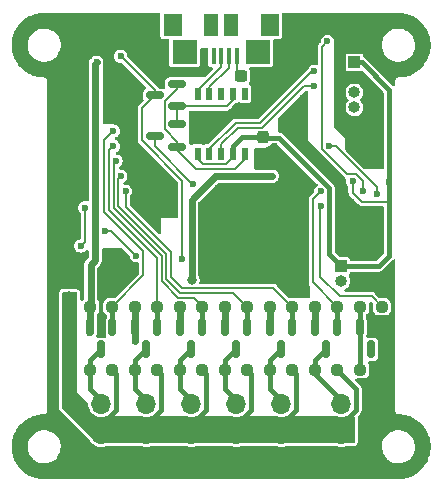
<source format=gbl>
G04 #@! TF.GenerationSoftware,KiCad,Pcbnew,(6.0.1)*
G04 #@! TF.CreationDate,2022-07-28T15:49:31+09:00*
G04 #@! TF.ProjectId,Fc_stm32,46635f73-746d-4333-922e-6b696361645f,rev?*
G04 #@! TF.SameCoordinates,Original*
G04 #@! TF.FileFunction,Copper,L2,Bot*
G04 #@! TF.FilePolarity,Positive*
%FSLAX46Y46*%
G04 Gerber Fmt 4.6, Leading zero omitted, Abs format (unit mm)*
G04 Created by KiCad (PCBNEW (6.0.1)) date 2022-07-28 15:49:31*
%MOMM*%
%LPD*%
G01*
G04 APERTURE LIST*
G04 Aperture macros list*
%AMRoundRect*
0 Rectangle with rounded corners*
0 $1 Rounding radius*
0 $2 $3 $4 $5 $6 $7 $8 $9 X,Y pos of 4 corners*
0 Add a 4 corners polygon primitive as box body*
4,1,4,$2,$3,$4,$5,$6,$7,$8,$9,$2,$3,0*
0 Add four circle primitives for the rounded corners*
1,1,$1+$1,$2,$3*
1,1,$1+$1,$4,$5*
1,1,$1+$1,$6,$7*
1,1,$1+$1,$8,$9*
0 Add four rect primitives between the rounded corners*
20,1,$1+$1,$2,$3,$4,$5,0*
20,1,$1+$1,$4,$5,$6,$7,0*
20,1,$1+$1,$6,$7,$8,$9,0*
20,1,$1+$1,$8,$9,$2,$3,0*%
G04 Aperture macros list end*
G04 #@! TA.AperFunction,ComponentPad*
%ADD10R,1.700000X1.700000*%
G04 #@! TD*
G04 #@! TA.AperFunction,ComponentPad*
%ADD11O,1.700000X1.700000*%
G04 #@! TD*
G04 #@! TA.AperFunction,ComponentPad*
%ADD12R,1.000000X1.000000*%
G04 #@! TD*
G04 #@! TA.AperFunction,ComponentPad*
%ADD13O,1.000000X1.000000*%
G04 #@! TD*
G04 #@! TA.AperFunction,SMDPad,CuDef*
%ADD14RoundRect,0.237500X0.250000X0.237500X-0.250000X0.237500X-0.250000X-0.237500X0.250000X-0.237500X0*%
G04 #@! TD*
G04 #@! TA.AperFunction,SMDPad,CuDef*
%ADD15RoundRect,0.150000X-0.150000X0.587500X-0.150000X-0.587500X0.150000X-0.587500X0.150000X0.587500X0*%
G04 #@! TD*
G04 #@! TA.AperFunction,SMDPad,CuDef*
%ADD16RoundRect,0.237500X-0.250000X-0.237500X0.250000X-0.237500X0.250000X0.237500X-0.250000X0.237500X0*%
G04 #@! TD*
G04 #@! TA.AperFunction,SMDPad,CuDef*
%ADD17RoundRect,0.237500X0.300000X0.237500X-0.300000X0.237500X-0.300000X-0.237500X0.300000X-0.237500X0*%
G04 #@! TD*
G04 #@! TA.AperFunction,SMDPad,CuDef*
%ADD18RoundRect,0.150000X0.587500X0.150000X-0.587500X0.150000X-0.587500X-0.150000X0.587500X-0.150000X0*%
G04 #@! TD*
G04 #@! TA.AperFunction,SMDPad,CuDef*
%ADD19R,0.400000X1.350000*%
G04 #@! TD*
G04 #@! TA.AperFunction,SMDPad,CuDef*
%ADD20R,2.100000X2.000000*%
G04 #@! TD*
G04 #@! TA.AperFunction,SMDPad,CuDef*
%ADD21R,1.600000X1.900000*%
G04 #@! TD*
G04 #@! TA.AperFunction,SMDPad,CuDef*
%ADD22R,1.200000X1.900000*%
G04 #@! TD*
G04 #@! TA.AperFunction,SMDPad,CuDef*
%ADD23R,0.510000X1.100000*%
G04 #@! TD*
G04 #@! TA.AperFunction,SMDPad,CuDef*
%ADD24RoundRect,0.237500X0.237500X-0.300000X0.237500X0.300000X-0.237500X0.300000X-0.237500X-0.300000X0*%
G04 #@! TD*
G04 #@! TA.AperFunction,ViaPad*
%ADD25C,0.600000*%
G04 #@! TD*
G04 #@! TA.AperFunction,ViaPad*
%ADD26C,0.800000*%
G04 #@! TD*
G04 #@! TA.AperFunction,Conductor*
%ADD27C,0.200000*%
G04 #@! TD*
G04 #@! TA.AperFunction,Conductor*
%ADD28C,0.400000*%
G04 #@! TD*
G04 #@! TA.AperFunction,Conductor*
%ADD29C,0.600000*%
G04 #@! TD*
G04 APERTURE END LIST*
D10*
X1270000Y-38466000D03*
D11*
X1270000Y-35926000D03*
X1270000Y-33386000D03*
D12*
X10160000Y-21717000D03*
D13*
X10160000Y-22987000D03*
D10*
X-2540000Y-38466000D03*
D11*
X-2540000Y-35926000D03*
X-2540000Y-33386000D03*
D12*
X11277600Y-4470400D03*
D13*
X11277600Y-5740400D03*
X11277600Y-7010400D03*
X11277600Y-8280400D03*
D10*
X5080000Y-38466000D03*
D11*
X5080000Y-35926000D03*
X5080000Y-33386000D03*
D10*
X10160000Y-38466000D03*
D11*
X10160000Y-35926000D03*
X10160000Y-33386000D03*
D10*
X-6350000Y-38466000D03*
D11*
X-6350000Y-35926000D03*
X-6350000Y-33386000D03*
D10*
X-10160000Y-38466000D03*
D11*
X-10160000Y-35926000D03*
X-10160000Y-33386000D03*
D14*
X-9247500Y-30480000D03*
X-11072500Y-30480000D03*
D15*
X7940000Y-26875500D03*
X9840000Y-26875500D03*
X8890000Y-28750500D03*
D14*
X2182500Y-30480000D03*
X357500Y-30480000D03*
D16*
X7977500Y-25146000D03*
X9802500Y-25146000D03*
D17*
X3402500Y-5588000D03*
X1677500Y-5588000D03*
D16*
X-3452500Y-25146000D03*
X-1627500Y-25146000D03*
D14*
X13612500Y-25146000D03*
X11787500Y-25146000D03*
D16*
X357500Y-25146000D03*
X2182500Y-25146000D03*
D15*
X-3490000Y-26875500D03*
X-1590000Y-26875500D03*
X-2540000Y-28750500D03*
D18*
X-3761500Y-9718000D03*
X-3761500Y-11618000D03*
X-5636500Y-10668000D03*
D15*
X-7300000Y-26875500D03*
X-5400000Y-26875500D03*
X-6350000Y-28750500D03*
D14*
X9802500Y-30480000D03*
X7977500Y-30480000D03*
X-1627500Y-30480000D03*
X-3452500Y-30480000D03*
D15*
X-11110000Y-26875500D03*
X-9210000Y-26875500D03*
X-10160000Y-28750500D03*
D16*
X4167500Y-25146000D03*
X5992500Y-25146000D03*
D15*
X320000Y-26875500D03*
X2220000Y-26875500D03*
X1270000Y-28750500D03*
D18*
X-3761500Y-6289000D03*
X-3761500Y-8189000D03*
X-5636500Y-7239000D03*
D15*
X11750000Y-26875500D03*
X13650000Y-26875500D03*
X12700000Y-28750500D03*
D19*
X1300000Y-3945000D03*
X650000Y-3945000D03*
X0Y-3945000D03*
X-650000Y-3945000D03*
X-1300000Y-3945000D03*
D20*
X-3100000Y-3620000D03*
X3100000Y-3620000D03*
D21*
X4100000Y-1270000D03*
D22*
X850000Y-1270000D03*
X-850000Y-1270000D03*
D21*
X-4100000Y-1270000D03*
D23*
X-2000000Y-7102000D03*
X-1000000Y-7102000D03*
X0Y-7102000D03*
X1000000Y-7102000D03*
X2000000Y-7102000D03*
X2000000Y-12202000D03*
X1000000Y-12202000D03*
X0Y-12202000D03*
X-1000000Y-12202000D03*
X-2000000Y-12202000D03*
D16*
X11787500Y-30480000D03*
X13612500Y-30480000D03*
D14*
X5992500Y-30480000D03*
X4167500Y-30480000D03*
D15*
X4130000Y-26875500D03*
X6030000Y-26875500D03*
X5080000Y-28750500D03*
D16*
X-7262500Y-25146000D03*
X-5437500Y-25146000D03*
X-11072500Y-25146000D03*
X-9247500Y-25146000D03*
D14*
X-5437500Y-30480000D03*
X-7262500Y-30480000D03*
D24*
X3556000Y-12546500D03*
X3556000Y-10821500D03*
D25*
X11785600Y-18389600D03*
X11836400Y-20878800D03*
X10210800Y-17170400D03*
X13411200Y-11074400D03*
X10109200Y-8432800D03*
X10109200Y-10109200D03*
X12293600Y-13208000D03*
X13462000Y-13208000D03*
X11125200Y-14528800D03*
X11977060Y-15339128D03*
X8991600Y-2692400D03*
X-7264400Y-28054302D03*
X7977500Y-25019000D03*
X-10541000Y-4445000D03*
X-3454400Y-27178000D03*
X7977500Y-27074500D03*
X14224000Y-14605000D03*
X4167500Y-27074500D03*
X-11114000Y-27370000D03*
X-10668000Y-21209000D03*
X357500Y-27074500D03*
X0Y-7061200D03*
X12446000Y-17653000D03*
X-254000Y-15087600D03*
X-12700000Y-18669000D03*
X7112000Y-21590000D03*
X-14351000Y-11557000D03*
X12700000Y-39243000D03*
X-2438400Y-11074400D03*
X14351000Y-21844000D03*
X-14351000Y-33782000D03*
X-1016000Y-9652000D03*
X3556000Y-21336000D03*
X14224000Y-24003000D03*
X-12700000Y-4622800D03*
X13335000Y-22479000D03*
X6908800Y-11531600D03*
X6223000Y-16764000D03*
X14351000Y-26162000D03*
X-8331200Y-23215600D03*
X-4064000Y-17272000D03*
X-4953000Y-3048000D03*
X-12827000Y-39243000D03*
X1371600Y-8280400D03*
X-6858000Y-16891000D03*
X-7264400Y-21945600D03*
X762000Y-16764000D03*
X-11684000Y-6223000D03*
X-5207000Y-5969000D03*
X12827000Y-26162000D03*
X12649200Y-27381200D03*
X14351000Y-30480000D03*
X-14351000Y-6223000D03*
X14630400Y-5486400D03*
X3429000Y-5588000D03*
X8509000Y-1397000D03*
X-6858000Y-14122400D03*
X-9398000Y-20574000D03*
X5969000Y-13970000D03*
X3352800Y-16764000D03*
X6908800Y-7518400D03*
X-1397000Y-5207000D03*
X7112000Y-23876000D03*
X-5969000Y-635000D03*
X2921000Y-8763000D03*
X-14351000Y-16891000D03*
X6502400Y-15138400D03*
X0Y-22352000D03*
X-11684000Y-11557000D03*
X7112000Y-19304000D03*
X12319000Y-31623000D03*
X-14351000Y-22479000D03*
X11303000Y-22860000D03*
X14351000Y-33782000D03*
X-1524000Y-22352000D03*
X5384800Y-23520400D03*
X4826000Y-3048000D03*
X-2387600Y-8839200D03*
X10160000Y-20447000D03*
X-14274800Y-30734000D03*
X660400Y-8991600D03*
X4368800Y-14986000D03*
X5181600Y-9702800D03*
X-5461000Y-18288000D03*
X12065000Y-34671000D03*
X3302000Y-12573000D03*
X-8509000Y-1397000D03*
X4775200Y-20472400D03*
X12903200Y-30022800D03*
X-11938000Y-635000D03*
X10464800Y-558800D03*
X5715000Y-635000D03*
X-12801600Y-35356800D03*
X-14351000Y-24384000D03*
X10922000Y-10972800D03*
X-14351000Y-28575000D03*
X-4064000Y-14859000D03*
X-6985000Y-7239000D03*
X-5384800Y-13411200D03*
X3556000Y-22733000D03*
X4572000Y-6985000D03*
X-6731000Y-12192000D03*
X-1320800Y-11074400D03*
X13309600Y-609600D03*
X-10160000Y-22352000D03*
X-6858000Y-4445000D03*
X10033000Y-18796000D03*
X-11734800Y-15798800D03*
X1651000Y-5588000D03*
D26*
X-12852400Y-24282400D03*
D25*
X4318000Y-14097000D03*
D26*
X-2489200Y-22872940D03*
D25*
X13167300Y-15646400D03*
X9144000Y-11557000D03*
X7874000Y-6477000D03*
X7874000Y-5207000D03*
X12700000Y-28702000D03*
X-8107940Y-15367000D03*
X-8507460Y-14097000D03*
X-8906980Y-12827000D03*
X-9144000Y-11557000D03*
X-9144000Y-10287000D03*
X8426628Y-15384872D03*
X-11887200Y-20015200D03*
X-11557000Y-16764000D03*
X-9830989Y-18731095D03*
X-7203500Y-20828000D03*
X-8509000Y-3937000D03*
X-3302000Y-21071478D03*
X-2413000Y-14732000D03*
X8444500Y-16637000D03*
D27*
X14224000Y-16245911D02*
X14224000Y-14605000D01*
X11125200Y-15494000D02*
X11877111Y-16245911D01*
X11877111Y-16245911D02*
X14224000Y-16245911D01*
X11125200Y-14528800D02*
X11125200Y-15494000D01*
X8544489Y-11805327D02*
X8544489Y-3139511D01*
X10668451Y-13929289D02*
X8544489Y-11805327D01*
X11373527Y-13929289D02*
X10668451Y-13929289D01*
X11977060Y-14532822D02*
X11373527Y-13929289D01*
X11977060Y-15339128D02*
X11977060Y-14532822D01*
X8544489Y-3139511D02*
X8991600Y-2692400D01*
X9677400Y-11557000D02*
X9144000Y-11557000D01*
X13167300Y-15046900D02*
X9677400Y-11557000D01*
X13167300Y-15646400D02*
X13167300Y-15046900D01*
D28*
X11887200Y-4470400D02*
X11277600Y-4470400D01*
X14224000Y-6807200D02*
X11887200Y-4470400D01*
X14224000Y-14605000D02*
X14224000Y-6807200D01*
X3591989Y-10857489D02*
X3556000Y-10821500D01*
D29*
X-11049000Y-25122500D02*
X-11072500Y-25146000D01*
X4130000Y-26875500D02*
X4130000Y-25183500D01*
D28*
X1751500Y-10821500D02*
X3556000Y-10821500D01*
D29*
X320000Y-26875500D02*
X320000Y-25183500D01*
X7940000Y-25183500D02*
X7977500Y-25146000D01*
X320000Y-25183500D02*
X357500Y-25146000D01*
X-3490000Y-26875500D02*
X-3490000Y-25183500D01*
X-7300000Y-26875500D02*
X-7300000Y-28018702D01*
D28*
X1000000Y-11573000D02*
X1751500Y-10821500D01*
X4888489Y-10857489D02*
X3591989Y-10857489D01*
X14224000Y-14605000D02*
X14224000Y-20828000D01*
D27*
X1000000Y-12497000D02*
X416000Y-13081000D01*
X416000Y-13081000D02*
X-1524000Y-13081000D01*
D29*
X-7300000Y-26875500D02*
X-7300000Y-25183500D01*
X-10668000Y-21209000D02*
X-10668000Y-4572000D01*
X7940000Y-26875500D02*
X7940000Y-25183500D01*
D28*
X13335000Y-21717000D02*
X10160000Y-21717000D01*
X14224000Y-20828000D02*
X13335000Y-21717000D01*
X9144000Y-20701000D02*
X9144000Y-15113000D01*
D29*
X-10668000Y-21209000D02*
X-11049000Y-21590000D01*
X-3490000Y-25183500D02*
X-3452500Y-25146000D01*
X-11110000Y-25183500D02*
X-11072500Y-25146000D01*
D28*
X10160000Y-21717000D02*
X9144000Y-20701000D01*
D29*
X4130000Y-25183500D02*
X4167500Y-25146000D01*
X-7300000Y-25183500D02*
X-7262500Y-25146000D01*
X-10668000Y-4572000D02*
X-10541000Y-4445000D01*
X-11110000Y-26875500D02*
X-11110000Y-25183500D01*
X-11049000Y-21590000D02*
X-11049000Y-25122500D01*
D28*
X9144000Y-15113000D02*
X4888489Y-10857489D01*
D27*
X1000000Y-12202000D02*
X1000000Y-12497000D01*
D29*
X-7300000Y-28018702D02*
X-7264400Y-28054302D01*
D28*
X1000000Y-12202000D02*
X1000000Y-11573000D01*
D27*
X-2000000Y-12605000D02*
X-2000000Y-12202000D01*
X-1524000Y-13081000D02*
X-2000000Y-12605000D01*
X-1397000Y-5207000D02*
X-1300000Y-5110000D01*
X-1300000Y-5110000D02*
X-1300000Y-3945000D01*
D28*
X-5080000Y-33909000D02*
X-6350000Y-35179000D01*
D29*
X-2502489Y-22859651D02*
X-2502489Y-16091489D01*
D28*
X-1627500Y-30480000D02*
X-1270000Y-30837500D01*
X-2540000Y-35179000D02*
X-2540000Y-35560000D01*
X11430000Y-32107500D02*
X11430000Y-33883076D01*
X-5437500Y-30480000D02*
X-5080000Y-30837500D01*
X6350000Y-33883076D02*
X5080000Y-35153076D01*
X1270000Y-35153076D02*
X1270000Y-35560000D01*
X2519511Y-33903565D02*
X1270000Y-35153076D01*
D29*
X-508000Y-14097000D02*
X4318000Y-14097000D01*
X-2489200Y-22872940D02*
X-2502489Y-22859651D01*
D27*
X1300000Y-3945000D02*
X1300000Y-5210500D01*
D28*
X-5080000Y-30837500D02*
X-5080000Y-33909000D01*
X5080000Y-35153076D02*
X5080000Y-35560000D01*
X-8890000Y-33909000D02*
X-10160000Y-35179000D01*
X-6350000Y-35179000D02*
X-6350000Y-35560000D01*
X2519511Y-30817011D02*
X2519511Y-33903565D01*
X-1270000Y-30837500D02*
X-1270000Y-33909000D01*
X9802500Y-30480000D02*
X11430000Y-32107500D01*
X10160000Y-35153076D02*
X10160000Y-35560000D01*
D29*
X-2502489Y-16091489D02*
X-508000Y-14097000D01*
D28*
X6350000Y-30837500D02*
X6350000Y-33883076D01*
D27*
X1300000Y-5210500D02*
X1677500Y-5588000D01*
D28*
X5992500Y-30480000D02*
X6350000Y-30837500D01*
X-9247500Y-30480000D02*
X-8890000Y-30837500D01*
X-8890000Y-30837500D02*
X-8890000Y-33909000D01*
X-10160000Y-35179000D02*
X-10160000Y-35560000D01*
X-1270000Y-33909000D02*
X-2540000Y-35179000D01*
X2182500Y-30480000D02*
X2519511Y-30817011D01*
X11430000Y-33883076D02*
X10160000Y-35153076D01*
D27*
X0Y-4826000D02*
X-2000000Y-6826000D01*
X-2000000Y-6826000D02*
X-2000000Y-7102000D01*
X0Y-3945000D02*
X0Y-4826000D01*
X-1000000Y-7102000D02*
X-1000000Y-6588000D01*
X650000Y-4938000D02*
X650000Y-3945000D01*
X-1000000Y-6588000D02*
X650000Y-4938000D01*
X0Y-11366500D02*
X0Y-12202000D01*
X1382020Y-9984480D02*
X0Y-11366500D01*
X6985000Y-6477000D02*
X3477520Y-9984480D01*
X3477520Y-9984480D02*
X1382020Y-9984480D01*
X7874000Y-6477000D02*
X6985000Y-6477000D01*
X7689994Y-5207000D02*
X3312034Y-9584960D01*
X3312034Y-9584960D02*
X1216533Y-9584961D01*
X1216533Y-9584961D02*
X-1000000Y-11801494D01*
X-1000000Y-11801494D02*
X-1000000Y-12202000D01*
X7874000Y-5207000D02*
X7689994Y-5207000D01*
D28*
X357500Y-30480000D02*
X357500Y-29663000D01*
X357500Y-29663000D02*
X1270000Y-28750500D01*
X357500Y-32107500D02*
X1270000Y-33020000D01*
X357500Y-30480000D02*
X357500Y-32107500D01*
X-3452500Y-29663000D02*
X-2540000Y-28750500D01*
X-3452500Y-32107500D02*
X-2540000Y-33020000D01*
X-3452500Y-30480000D02*
X-3452500Y-32107500D01*
X-3452500Y-30480000D02*
X-3452500Y-29663000D01*
X-7262500Y-29663000D02*
X-6350000Y-28750500D01*
X-7262500Y-32107500D02*
X-6350000Y-33020000D01*
X-7262500Y-30480000D02*
X-7262500Y-32107500D01*
X-7262500Y-30480000D02*
X-7262500Y-29663000D01*
X7977500Y-30480000D02*
X7977500Y-29663000D01*
X7977500Y-30480000D02*
X7977500Y-30837500D01*
X7977500Y-30837500D02*
X10160000Y-33020000D01*
X7977500Y-29663000D02*
X8890000Y-28750500D01*
X5992500Y-26838000D02*
X6030000Y-26875500D01*
D27*
X5992500Y-25146000D02*
X4418941Y-23572441D01*
X-4238942Y-22641040D02*
X-4238942Y-20552034D01*
X-8107940Y-16683036D02*
X-8107940Y-15367000D01*
X4418941Y-23572441D02*
X-3307542Y-23572440D01*
X-3307542Y-23572440D02*
X-4238942Y-22641040D01*
X-4238942Y-20552034D02*
X-8107940Y-16683036D01*
D28*
X5992500Y-25146000D02*
X5992500Y-26838000D01*
D27*
X-8507460Y-14097000D02*
X-8707440Y-14296980D01*
D28*
X2182500Y-25146000D02*
X2182500Y-26838000D01*
D27*
X-8707440Y-16648542D02*
X-4638462Y-20717520D01*
X1008461Y-23971961D02*
X2182500Y-25146000D01*
X-3473028Y-23971960D02*
X1008461Y-23971961D01*
X-8707440Y-14296980D02*
X-8707440Y-16648542D01*
D28*
X2182500Y-26838000D02*
X2220000Y-26875500D01*
D27*
X-4638462Y-20717520D02*
X-4638462Y-22806526D01*
X-4638462Y-22806526D02*
X-3473028Y-23971960D01*
X-1627500Y-25042500D02*
X-1627500Y-25146000D01*
X-8906980Y-12827000D02*
X-9106960Y-13026980D01*
X-5037981Y-22972013D02*
X-3638514Y-24371480D01*
X-3638514Y-24371480D02*
X-2298520Y-24371480D01*
D28*
X-1627500Y-26838000D02*
X-1590000Y-26875500D01*
D27*
X-9106960Y-16814028D02*
X-5037981Y-20883007D01*
D28*
X-1627500Y-25146000D02*
X-1627500Y-26838000D01*
D27*
X-2298520Y-24371480D02*
X-1627500Y-25042500D01*
X-5037981Y-20883007D02*
X-5037981Y-22972013D01*
X-9106960Y-13026980D02*
X-9106960Y-16814028D01*
D28*
X-5437500Y-26838000D02*
X-5400000Y-26875500D01*
D27*
X-9506480Y-11919480D02*
X-9506480Y-16979514D01*
X-9506480Y-16979514D02*
X-5437500Y-21048494D01*
X-5437500Y-21048494D02*
X-5437500Y-25146000D01*
X-9144000Y-11557000D02*
X-9506480Y-11919480D01*
D28*
X-5437500Y-25146000D02*
X-5437500Y-26838000D01*
D27*
X-6604000Y-20447000D02*
X-6604000Y-22502500D01*
X-6604000Y-22502500D02*
X-9247500Y-25146000D01*
X-9906000Y-17145000D02*
X-6604000Y-20447000D01*
D28*
X-9247500Y-25146000D02*
X-9247500Y-26838000D01*
X-9247500Y-26838000D02*
X-9210000Y-26875500D01*
D27*
X-9906000Y-11049000D02*
X-9906000Y-17145000D01*
X-9144000Y-10287000D02*
X-9906000Y-11049000D01*
X7747000Y-16064500D02*
X7747000Y-23090500D01*
X7747000Y-23090500D02*
X9802500Y-25146000D01*
D28*
X9802500Y-25146000D02*
X9802500Y-26838000D01*
D27*
X8426628Y-15384872D02*
X7747000Y-16064500D01*
D28*
X9802500Y-26838000D02*
X9840000Y-26875500D01*
D27*
X-11557000Y-19685000D02*
X-11887200Y-20015200D01*
X-11557000Y-16764000D02*
X-11557000Y-19685000D01*
X-7239000Y-20828000D02*
X-9335905Y-18731095D01*
X-7203500Y-20828000D02*
X-7239000Y-20828000D01*
X-9335905Y-18731095D02*
X-9830989Y-18731095D01*
X-6731000Y-11049000D02*
X-6731000Y-8333500D01*
X-5636500Y-7239000D02*
X-5636500Y-6809500D01*
X-3302000Y-14478000D02*
X-6731000Y-11049000D01*
X-6731000Y-8333500D02*
X-5636500Y-7239000D01*
X-3302000Y-21071478D02*
X-3302000Y-14478000D01*
X-5636500Y-6809500D02*
X-8509000Y-3937000D01*
D28*
X4167500Y-30480000D02*
X4167500Y-29663000D01*
X4167500Y-30480000D02*
X4167500Y-32107500D01*
X4167500Y-32107500D02*
X5080000Y-33020000D01*
X4167500Y-29663000D02*
X5080000Y-28750500D01*
D27*
X-3761500Y-6737217D02*
X-4798520Y-7774237D01*
X2000000Y-12606022D02*
X1125503Y-13480519D01*
X-3761500Y-11844522D02*
X-3761500Y-11618000D01*
X-4798520Y-10132763D02*
X-3761500Y-11169783D01*
X-4798520Y-7774237D02*
X-4798520Y-10132763D01*
X-3761500Y-6289000D02*
X-3761500Y-6737217D01*
X1125503Y-13480519D02*
X-2125503Y-13480519D01*
X-2125503Y-13480519D02*
X-3761500Y-11844522D01*
X-3761500Y-11169783D02*
X-3761500Y-11618000D01*
X2000000Y-12202000D02*
X2000000Y-12606022D01*
X-3761500Y-9718000D02*
X-3761500Y-8189000D01*
X-3761500Y-8189000D02*
X447000Y-8189000D01*
X1000000Y-7636000D02*
X1000000Y-7102000D01*
X447000Y-8189000D02*
X1000000Y-7636000D01*
X-5636500Y-11578494D02*
X-5636500Y-10668000D01*
X-2413000Y-14732000D02*
X-2482994Y-14732000D01*
X-2482994Y-14732000D02*
X-5636500Y-11578494D01*
D28*
X-11072500Y-30480000D02*
X-11072500Y-29663000D01*
X-11072500Y-29663000D02*
X-10160000Y-28750500D01*
X-11072500Y-30480000D02*
X-11072500Y-32107500D01*
X-11072500Y-32107500D02*
X-10160000Y-33020000D01*
X11750000Y-30442500D02*
X11787500Y-30480000D01*
X11750000Y-26875500D02*
X11750000Y-30442500D01*
X11787500Y-25146000D02*
X11787500Y-26838000D01*
X11787500Y-26838000D02*
X11750000Y-26875500D01*
D27*
X8444500Y-16637000D02*
X8382000Y-16699500D01*
X8382000Y-16699500D02*
X8382000Y-22606000D01*
X10033000Y-24257000D02*
X12723500Y-24257000D01*
X8382000Y-22606000D02*
X10033000Y-24257000D01*
X12723500Y-24257000D02*
X13612500Y-25146000D01*
G04 #@! TA.AperFunction,Conductor*
G36*
X-5212379Y-274002D02*
G01*
X-5165886Y-327658D01*
X-5154500Y-380000D01*
X-5154499Y-2245066D01*
X-5152514Y-2255046D01*
X-5142881Y-2303477D01*
X-5139734Y-2319301D01*
X-5083484Y-2403484D01*
X-4999301Y-2459734D01*
X-4925067Y-2474500D01*
X-4530500Y-2474500D01*
X-4462379Y-2494502D01*
X-4415886Y-2548158D01*
X-4404500Y-2600499D01*
X-4404499Y-4645066D01*
X-4389734Y-4719301D01*
X-4333484Y-4803484D01*
X-4249301Y-4859734D01*
X-4175067Y-4874500D01*
X-3100174Y-4874500D01*
X-2024934Y-4874499D01*
X-1989182Y-4867388D01*
X-1962874Y-4862156D01*
X-1962872Y-4862155D01*
X-1950699Y-4859734D01*
X-1940379Y-4852839D01*
X-1940378Y-4852838D01*
X-1876832Y-4810377D01*
X-1866516Y-4803484D01*
X-1810266Y-4719301D01*
X-1795500Y-4645067D01*
X-1795501Y-3396000D01*
X-1775499Y-3327879D01*
X-1721843Y-3281386D01*
X-1669501Y-3270000D01*
X-1230500Y-3270000D01*
X-1162379Y-3290002D01*
X-1115886Y-3343658D01*
X-1104500Y-3396000D01*
X-1104499Y-4017749D01*
X-1104499Y-4645066D01*
X-1089734Y-4719301D01*
X-1033484Y-4803484D01*
X-949301Y-4859734D01*
X-875067Y-4874500D01*
X-854030Y-4874500D01*
X-785909Y-4894502D01*
X-739416Y-4948158D01*
X-729312Y-5018432D01*
X-758806Y-5083012D01*
X-764934Y-5089595D01*
X-1378833Y-5703495D01*
X-1441146Y-5737520D01*
X-1467929Y-5740400D01*
X-3094997Y-5740400D01*
X-3114707Y-5738849D01*
X-3142166Y-5734500D01*
X-4380834Y-5734500D01*
X-4475555Y-5749502D01*
X-4589723Y-5807674D01*
X-4680326Y-5898277D01*
X-4738498Y-6012445D01*
X-4753500Y-6107166D01*
X-4753500Y-6470834D01*
X-4743110Y-6536433D01*
X-4738498Y-6565555D01*
X-4741435Y-6566020D01*
X-4739867Y-6621069D01*
X-4776535Y-6681864D01*
X-4840250Y-6713183D01*
X-4903794Y-6705887D01*
X-4904178Y-6707068D01*
X-4910012Y-6705173D01*
X-4910783Y-6705084D01*
X-4911937Y-6704547D01*
X-4913611Y-6704003D01*
X-4922445Y-6699502D01*
X-5017166Y-6684500D01*
X-5223975Y-6684500D01*
X-5292096Y-6664498D01*
X-5334496Y-6616506D01*
X-5334721Y-6616652D01*
X-5335682Y-6615163D01*
X-5337560Y-6613038D01*
X-5339025Y-6609987D01*
X-5342456Y-6602842D01*
X-5345812Y-6598850D01*
X-5347759Y-6596903D01*
X-5349247Y-6595281D01*
X-5349482Y-6594845D01*
X-5349446Y-6594813D01*
X-5349583Y-6594658D01*
X-5352517Y-6589220D01*
X-5389394Y-6555131D01*
X-5392960Y-6551702D01*
X-7913888Y-4030774D01*
X-7947914Y-3968462D01*
X-7950585Y-3943611D01*
X-7949715Y-3937000D01*
X-7954334Y-3901918D01*
X-7967694Y-3800432D01*
X-7967695Y-3800430D01*
X-7968772Y-3792246D01*
X-7992107Y-3735910D01*
X-8021485Y-3664986D01*
X-8021486Y-3664984D01*
X-8024645Y-3657358D01*
X-8113526Y-3541526D01*
X-8120076Y-3536500D01*
X-8120079Y-3536497D01*
X-8222804Y-3457673D01*
X-8222806Y-3457672D01*
X-8229357Y-3452645D01*
X-8364246Y-3396772D01*
X-8509000Y-3377715D01*
X-8517188Y-3378793D01*
X-8645568Y-3395694D01*
X-8645570Y-3395695D01*
X-8653754Y-3396772D01*
X-8670972Y-3403904D01*
X-8781014Y-3449485D01*
X-8781016Y-3449486D01*
X-8788642Y-3452645D01*
X-8904474Y-3541526D01*
X-8993355Y-3657358D01*
X-8996514Y-3664984D01*
X-8996515Y-3664986D01*
X-9025893Y-3735910D01*
X-9049228Y-3792246D01*
X-9050305Y-3800430D01*
X-9050306Y-3800432D01*
X-9063666Y-3901918D01*
X-9068285Y-3937000D01*
X-9067207Y-3945188D01*
X-9050504Y-4072060D01*
X-9049228Y-4081754D01*
X-9040983Y-4101658D01*
X-9015864Y-4162300D01*
X-8993355Y-4216642D01*
X-8961961Y-4257556D01*
X-8911309Y-4323566D01*
X-8904474Y-4332474D01*
X-8897924Y-4337500D01*
X-8897921Y-4337503D01*
X-8816115Y-4400275D01*
X-8788643Y-4421355D01*
X-8653754Y-4477228D01*
X-8509000Y-4496285D01*
X-8503235Y-4495526D01*
X-8436201Y-4515209D01*
X-8415227Y-4532112D01*
X-6405138Y-6542201D01*
X-6371112Y-6604513D01*
X-6376177Y-6675328D01*
X-6418724Y-6732164D01*
X-6437028Y-6743562D01*
X-6455890Y-6753173D01*
X-6455891Y-6753174D01*
X-6464723Y-6757674D01*
X-6555326Y-6848277D01*
X-6613498Y-6962445D01*
X-6628500Y-7057166D01*
X-6628500Y-7420834D01*
X-6613498Y-7515555D01*
X-6608997Y-7524388D01*
X-6608996Y-7524392D01*
X-6587853Y-7565888D01*
X-6574749Y-7635665D01*
X-6601450Y-7701449D01*
X-6611024Y-7712185D01*
X-6945422Y-8046584D01*
X-6960902Y-8059086D01*
X-6964132Y-8062025D01*
X-6972882Y-8067675D01*
X-6992009Y-8091938D01*
X-6995559Y-8095933D01*
X-6995460Y-8096017D01*
X-6998818Y-8099980D01*
X-7002494Y-8103656D01*
X-7005517Y-8107885D01*
X-7005517Y-8107886D01*
X-7012854Y-8118152D01*
X-7016415Y-8122895D01*
X-7039497Y-8152175D01*
X-7039499Y-8152179D01*
X-7045946Y-8160357D01*
X-7048779Y-8168425D01*
X-7053753Y-8175385D01*
X-7056737Y-8185363D01*
X-7067420Y-8221086D01*
X-7069256Y-8226735D01*
X-7085050Y-8271708D01*
X-7085500Y-8276904D01*
X-7085500Y-8279609D01*
X-7085597Y-8281865D01*
X-7085740Y-8282341D01*
X-7085786Y-8282339D01*
X-7085799Y-8282538D01*
X-7087568Y-8288455D01*
X-7086897Y-8305523D01*
X-7085597Y-8338624D01*
X-7085500Y-8343570D01*
X-7085500Y-10997743D01*
X-7087606Y-11017537D01*
X-7087811Y-11021890D01*
X-7090003Y-11032070D01*
X-7088779Y-11042408D01*
X-7086373Y-11062737D01*
X-7086058Y-11068083D01*
X-7085928Y-11068072D01*
X-7085500Y-11073252D01*
X-7085500Y-11078451D01*
X-7084647Y-11083575D01*
X-7084646Y-11083588D01*
X-7082573Y-11096041D01*
X-7081736Y-11101916D01*
X-7076131Y-11149270D01*
X-7072430Y-11156978D01*
X-7071025Y-11165417D01*
X-7048371Y-11207401D01*
X-7045690Y-11212664D01*
X-7025045Y-11255658D01*
X-7021689Y-11259650D01*
X-7019742Y-11261597D01*
X-7018252Y-11263222D01*
X-7018019Y-11263654D01*
X-7018055Y-11263687D01*
X-7017916Y-11263845D01*
X-7014983Y-11269280D01*
X-7007336Y-11276349D01*
X-6978119Y-11303357D01*
X-6974553Y-11306786D01*
X-3693405Y-14587934D01*
X-3659379Y-14650246D01*
X-3656500Y-14677029D01*
X-3656500Y-17527000D01*
X-3676502Y-17595121D01*
X-3730158Y-17641614D01*
X-3782500Y-17653000D01*
X-5080000Y-17653000D01*
X-5080000Y-18905448D01*
X-5100002Y-18973569D01*
X-5153658Y-19020062D01*
X-5223932Y-19030166D01*
X-5288512Y-19000672D01*
X-5295095Y-18994543D01*
X-7716535Y-16573103D01*
X-7750561Y-16510791D01*
X-7753440Y-16484008D01*
X-7753440Y-15854115D01*
X-7733438Y-15785994D01*
X-7717752Y-15766530D01*
X-7712466Y-15762474D01*
X-7623585Y-15646642D01*
X-7608965Y-15611348D01*
X-7570871Y-15519380D01*
X-7567712Y-15511754D01*
X-7564042Y-15483882D01*
X-7549733Y-15375188D01*
X-7548655Y-15367000D01*
X-7567712Y-15222246D01*
X-7616182Y-15105230D01*
X-7620425Y-15094986D01*
X-7620426Y-15094984D01*
X-7623585Y-15087358D01*
X-7705043Y-14981200D01*
X-7707439Y-14978077D01*
X-7707440Y-14978076D01*
X-7712466Y-14971526D01*
X-7719016Y-14966500D01*
X-7719019Y-14966497D01*
X-7821744Y-14887673D01*
X-7821746Y-14887672D01*
X-7828297Y-14882645D01*
X-7963186Y-14826772D01*
X-7986140Y-14823750D01*
X-8035563Y-14817243D01*
X-8107940Y-14807715D01*
X-8145873Y-14812709D01*
X-8216021Y-14801770D01*
X-8269120Y-14754642D01*
X-8288310Y-14686288D01*
X-8267499Y-14618410D01*
X-8228450Y-14581617D01*
X-8227817Y-14581355D01*
X-8161817Y-14530711D01*
X-8118539Y-14497503D01*
X-8118536Y-14497500D01*
X-8111986Y-14492474D01*
X-8087256Y-14460246D01*
X-8039662Y-14398219D01*
X-8023105Y-14376642D01*
X-8019217Y-14367257D01*
X-7970391Y-14249380D01*
X-7967232Y-14241754D01*
X-7964894Y-14224000D01*
X-7949253Y-14105188D01*
X-7948175Y-14097000D01*
X-7967232Y-13952246D01*
X-8015102Y-13836678D01*
X-8019945Y-13824986D01*
X-8019947Y-13824982D01*
X-8023105Y-13817358D01*
X-8095968Y-13722401D01*
X-8106959Y-13708077D01*
X-8106960Y-13708076D01*
X-8111986Y-13701526D01*
X-8118536Y-13696500D01*
X-8118539Y-13696497D01*
X-8221264Y-13617673D01*
X-8221267Y-13617671D01*
X-8227817Y-13612645D01*
X-8362706Y-13556772D01*
X-8507460Y-13537715D01*
X-8545393Y-13542709D01*
X-8615541Y-13531770D01*
X-8668640Y-13484642D01*
X-8687830Y-13416288D01*
X-8667019Y-13348410D01*
X-8627970Y-13311617D01*
X-8627337Y-13311355D01*
X-8557680Y-13257905D01*
X-8518059Y-13227503D01*
X-8518056Y-13227500D01*
X-8511506Y-13222474D01*
X-8422625Y-13106642D01*
X-8366752Y-12971754D01*
X-8347695Y-12827000D01*
X-8366752Y-12682246D01*
X-8422625Y-12547358D01*
X-8511506Y-12431526D01*
X-8518056Y-12426500D01*
X-8518059Y-12426497D01*
X-8620784Y-12347673D01*
X-8620786Y-12347672D01*
X-8627337Y-12342645D01*
X-8762226Y-12286772D01*
X-8770414Y-12285694D01*
X-8825285Y-12278470D01*
X-8890212Y-12249747D01*
X-8929303Y-12190482D01*
X-8930148Y-12119490D01*
X-8892477Y-12059312D01*
X-8871920Y-12044488D01*
X-8864357Y-12041355D01*
X-8857804Y-12036327D01*
X-8857801Y-12036325D01*
X-8755079Y-11957503D01*
X-8755076Y-11957500D01*
X-8748526Y-11952474D01*
X-8731869Y-11930767D01*
X-8664672Y-11843193D01*
X-8659645Y-11836642D01*
X-8603772Y-11701754D01*
X-8601434Y-11684000D01*
X-8585793Y-11565188D01*
X-8584715Y-11557000D01*
X-8598429Y-11452830D01*
X-8602694Y-11420432D01*
X-8602695Y-11420430D01*
X-8603772Y-11412246D01*
X-8629764Y-11349497D01*
X-8656485Y-11284986D01*
X-8656486Y-11284984D01*
X-8659645Y-11277358D01*
X-8719056Y-11199932D01*
X-8743499Y-11168077D01*
X-8743500Y-11168076D01*
X-8748526Y-11161526D01*
X-8755076Y-11156500D01*
X-8755079Y-11156497D01*
X-8857804Y-11077673D01*
X-8857806Y-11077672D01*
X-8864357Y-11072645D01*
X-8947010Y-11038409D01*
X-9002291Y-10993861D01*
X-9024712Y-10926497D01*
X-9007154Y-10857706D01*
X-8955192Y-10809328D01*
X-8947010Y-10805591D01*
X-8864357Y-10771355D01*
X-8857804Y-10766327D01*
X-8755079Y-10687503D01*
X-8755076Y-10687500D01*
X-8748526Y-10682474D01*
X-8659645Y-10566642D01*
X-8652498Y-10549389D01*
X-8612984Y-10453994D01*
X-8603772Y-10431754D01*
X-8599866Y-10402089D01*
X-8585793Y-10295188D01*
X-8584715Y-10287000D01*
X-8603772Y-10142246D01*
X-8627274Y-10085507D01*
X-8656485Y-10014986D01*
X-8656486Y-10014984D01*
X-8659645Y-10007358D01*
X-8748526Y-9891526D01*
X-8755076Y-9886500D01*
X-8755079Y-9886497D01*
X-8857804Y-9807673D01*
X-8857806Y-9807672D01*
X-8864357Y-9802645D01*
X-8999246Y-9746772D01*
X-9007434Y-9745694D01*
X-9045071Y-9740739D01*
X-9109998Y-9712016D01*
X-9144000Y-9659794D01*
X-9144000Y-9652000D01*
X-9907000Y-9652000D01*
X-9975121Y-9631998D01*
X-10021614Y-9578342D01*
X-10033000Y-9526000D01*
X-10033000Y-4692620D01*
X-10023408Y-4644401D01*
X-10003934Y-4597387D01*
X-10000772Y-4589754D01*
X-10000212Y-4585502D01*
X-9997444Y-4578510D01*
X-9990297Y-4510514D01*
X-9989910Y-4507245D01*
X-9989393Y-4503323D01*
X-9981715Y-4445000D01*
X-9982459Y-4439352D01*
X-9982393Y-4438102D01*
X-9982460Y-4435957D01*
X-9981563Y-4427419D01*
X-9988884Y-4384130D01*
X-9992309Y-4363883D01*
X-9992995Y-4359318D01*
X-9996670Y-4331402D01*
X-10000772Y-4300246D01*
X-10003786Y-4292969D01*
X-10004874Y-4287982D01*
X-10005467Y-4286091D01*
X-10006899Y-4277623D01*
X-10032717Y-4222757D01*
X-10035118Y-4217328D01*
X-10053483Y-4172991D01*
X-10053484Y-4172989D01*
X-10056645Y-4165358D01*
X-10061676Y-4158802D01*
X-10065178Y-4152737D01*
X-10066709Y-4149808D01*
X-10067928Y-4147930D01*
X-10071585Y-4140159D01*
X-10106804Y-4099357D01*
X-10108801Y-4097044D01*
X-10113383Y-4091416D01*
X-10140500Y-4056076D01*
X-10145526Y-4049526D01*
X-10152076Y-4044500D01*
X-10157918Y-4038658D01*
X-10157715Y-4038455D01*
X-10160340Y-4035976D01*
X-10165247Y-4031650D01*
X-10170855Y-4025153D01*
X-10178007Y-4020401D01*
X-10215250Y-3995656D01*
X-10222211Y-3990683D01*
X-10261357Y-3960645D01*
X-10268991Y-3957483D01*
X-10272819Y-3955273D01*
X-10289059Y-3946619D01*
X-10290240Y-3945834D01*
X-10297395Y-3941080D01*
X-10344610Y-3925739D01*
X-10353892Y-3922315D01*
X-10388612Y-3907933D01*
X-10388620Y-3907931D01*
X-10396246Y-3904772D01*
X-10404434Y-3903694D01*
X-10406446Y-3903429D01*
X-10428936Y-3898340D01*
X-10431654Y-3897457D01*
X-10441884Y-3894133D01*
X-10487883Y-3892206D01*
X-10499046Y-3891239D01*
X-10541000Y-3885715D01*
X-10554757Y-3887526D01*
X-10576476Y-3888493D01*
X-10593674Y-3887772D01*
X-10602039Y-3889734D01*
X-10602040Y-3889734D01*
X-10634969Y-3897457D01*
X-10647289Y-3899708D01*
X-10657885Y-3901103D01*
X-10677568Y-3903694D01*
X-10677570Y-3903694D01*
X-10685754Y-3904772D01*
X-10693379Y-3907931D01*
X-10693381Y-3907931D01*
X-10701871Y-3911448D01*
X-10721318Y-3917710D01*
X-10741583Y-3922463D01*
X-10749107Y-3926599D01*
X-10749109Y-3926600D01*
X-10775606Y-3941167D01*
X-10788087Y-3947160D01*
X-10813009Y-3957483D01*
X-10813010Y-3957484D01*
X-10820642Y-3960645D01*
X-10827194Y-3965672D01*
X-10827195Y-3965673D01*
X-10837312Y-3973436D01*
X-10853310Y-3983884D01*
X-10868922Y-3992467D01*
X-10874715Y-3995652D01*
X-10880656Y-4000781D01*
X-10881140Y-4001198D01*
X-10881147Y-4001204D01*
X-10882891Y-4002710D01*
X-10901549Y-4021368D01*
X-10913940Y-4032235D01*
X-10936474Y-4049526D01*
X-10941500Y-4056076D01*
X-10953765Y-4072060D01*
X-10964632Y-4084451D01*
X-11049413Y-4169232D01*
X-11053221Y-4172885D01*
X-11099266Y-4215226D01*
X-11103789Y-4222521D01*
X-11103790Y-4222522D01*
X-11122381Y-4252506D01*
X-11129104Y-4262288D01*
X-11155630Y-4297235D01*
X-11158791Y-4305219D01*
X-11161237Y-4311396D01*
X-11171300Y-4331402D01*
X-11174794Y-4337037D01*
X-11174798Y-4337046D01*
X-11179323Y-4344344D01*
X-11181719Y-4352591D01*
X-11191565Y-4386480D01*
X-11195407Y-4397702D01*
X-11211556Y-4438490D01*
X-11212454Y-4447035D01*
X-11213148Y-4453633D01*
X-11217459Y-4475605D01*
X-11221709Y-4490235D01*
X-11222500Y-4501007D01*
X-11222500Y-4536005D01*
X-11223190Y-4549175D01*
X-11227437Y-4589581D01*
X-11224263Y-4608346D01*
X-11222500Y-4629348D01*
X-11222500Y-16113795D01*
X-11242502Y-16181916D01*
X-11296158Y-16228409D01*
X-11366432Y-16238513D01*
X-11396716Y-16230205D01*
X-11412246Y-16223772D01*
X-11557000Y-16204715D01*
X-11565188Y-16205793D01*
X-11693568Y-16222694D01*
X-11693570Y-16222695D01*
X-11701754Y-16223772D01*
X-11749570Y-16243578D01*
X-11829014Y-16276485D01*
X-11829016Y-16276486D01*
X-11836642Y-16279645D01*
X-11952474Y-16368526D01*
X-12041355Y-16484358D01*
X-12044514Y-16491984D01*
X-12044515Y-16491986D01*
X-12059339Y-16527775D01*
X-12097228Y-16619246D01*
X-12098305Y-16627430D01*
X-12098306Y-16627432D01*
X-12111336Y-16726411D01*
X-12116285Y-16764000D01*
X-12097228Y-16908754D01*
X-12041355Y-17043642D01*
X-11952474Y-17159474D01*
X-11947863Y-17163012D01*
X-11914379Y-17224332D01*
X-11911500Y-17251115D01*
X-11911500Y-19348615D01*
X-11931502Y-19416736D01*
X-11985158Y-19463229D01*
X-12021054Y-19473537D01*
X-12023768Y-19473894D01*
X-12023770Y-19473895D01*
X-12031954Y-19474972D01*
X-12039581Y-19478131D01*
X-12039580Y-19478131D01*
X-12159214Y-19527685D01*
X-12159216Y-19527686D01*
X-12166842Y-19530845D01*
X-12282674Y-19619726D01*
X-12371555Y-19735558D01*
X-12427428Y-19870446D01*
X-12446485Y-20015200D01*
X-12427428Y-20159954D01*
X-12411858Y-20197543D01*
X-12377874Y-20279586D01*
X-12371555Y-20294842D01*
X-12282674Y-20410674D01*
X-12276124Y-20415700D01*
X-12276121Y-20415703D01*
X-12182771Y-20487333D01*
X-12166843Y-20499555D01*
X-12031954Y-20555428D01*
X-11887200Y-20574485D01*
X-11879012Y-20573407D01*
X-11750634Y-20556506D01*
X-11742446Y-20555428D01*
X-11607557Y-20499555D01*
X-11591629Y-20487333D01*
X-11498279Y-20415703D01*
X-11498276Y-20415700D01*
X-11491726Y-20410674D01*
X-11486695Y-20404118D01*
X-11448462Y-20354293D01*
X-11391124Y-20312426D01*
X-11320253Y-20308204D01*
X-11258350Y-20342968D01*
X-11225069Y-20405681D01*
X-11222500Y-20430997D01*
X-11222500Y-20927129D01*
X-11242502Y-20995250D01*
X-11259405Y-21016224D01*
X-11430413Y-21187232D01*
X-11434221Y-21190885D01*
X-11471967Y-21225595D01*
X-11480266Y-21233226D01*
X-11484789Y-21240521D01*
X-11484790Y-21240522D01*
X-11503381Y-21270506D01*
X-11510104Y-21280288D01*
X-11536630Y-21315235D01*
X-11539791Y-21323219D01*
X-11542237Y-21329396D01*
X-11552300Y-21349402D01*
X-11555794Y-21355037D01*
X-11555798Y-21355046D01*
X-11560323Y-21362344D01*
X-11562719Y-21370591D01*
X-11572565Y-21404480D01*
X-11576407Y-21415702D01*
X-11592556Y-21456490D01*
X-11593454Y-21465035D01*
X-11594148Y-21471633D01*
X-11598459Y-21493605D01*
X-11602709Y-21508235D01*
X-11603500Y-21519007D01*
X-11603500Y-21554005D01*
X-11604190Y-21567175D01*
X-11608437Y-21607581D01*
X-11605263Y-21626346D01*
X-11603500Y-21647348D01*
X-11603500Y-24441182D01*
X-11623502Y-24509303D01*
X-11653934Y-24542007D01*
X-11673974Y-24557026D01*
X-11711174Y-24606663D01*
X-11768033Y-24649177D01*
X-11838851Y-24654203D01*
X-11901145Y-24620143D01*
X-11935135Y-24557812D01*
X-11938000Y-24531097D01*
X-11938000Y-24002000D01*
X-11939017Y-23992540D01*
X-11943442Y-23951374D01*
X-11943443Y-23951367D01*
X-11943804Y-23948010D01*
X-11944522Y-23944709D01*
X-11954830Y-23897322D01*
X-11954832Y-23897315D01*
X-11955190Y-23895668D01*
X-11962384Y-23869445D01*
X-11985597Y-23828680D01*
X-12008362Y-23788702D01*
X-12008365Y-23788698D01*
X-12011425Y-23783324D01*
X-12034632Y-23756542D01*
X-12056078Y-23731791D01*
X-12056083Y-23731786D01*
X-12057918Y-23729668D01*
X-12090502Y-23698227D01*
X-12178319Y-23652291D01*
X-12246440Y-23632289D01*
X-12250899Y-23631648D01*
X-12250903Y-23631647D01*
X-12282220Y-23627145D01*
X-12318000Y-23622000D01*
X-13336000Y-23622000D01*
X-13339347Y-23622360D01*
X-13339351Y-23622360D01*
X-13386626Y-23627442D01*
X-13386633Y-23627443D01*
X-13389990Y-23627804D01*
X-13393290Y-23628522D01*
X-13393291Y-23628522D01*
X-13440678Y-23638830D01*
X-13440685Y-23638832D01*
X-13442332Y-23639190D01*
X-13468555Y-23646384D01*
X-13500196Y-23664402D01*
X-13549298Y-23692362D01*
X-13549302Y-23692365D01*
X-13554676Y-23695425D01*
X-13559353Y-23699478D01*
X-13591945Y-23727719D01*
X-13608332Y-23741918D01*
X-13639773Y-23774502D01*
X-13685709Y-23862319D01*
X-13705711Y-23930440D01*
X-13706352Y-23934899D01*
X-13706353Y-23934903D01*
X-13710514Y-23963846D01*
X-13716000Y-24002000D01*
X-13716000Y-33729810D01*
X-13714545Y-33756957D01*
X-13714365Y-33758628D01*
X-13714364Y-33758645D01*
X-13712864Y-33772599D01*
X-13711666Y-33783740D01*
X-13682050Y-33878325D01*
X-13679084Y-33883757D01*
X-13679083Y-33883759D01*
X-13660072Y-33918573D01*
X-13648024Y-33940637D01*
X-13645329Y-33944237D01*
X-13607397Y-33994908D01*
X-13607393Y-33994912D01*
X-13604700Y-33998510D01*
X-11123475Y-36479735D01*
X-11109673Y-36496110D01*
X-11039010Y-36596096D01*
X-11003467Y-36646389D01*
X-10858062Y-36788035D01*
X-10853258Y-36791245D01*
X-10823723Y-36810980D01*
X-10689280Y-36900812D01*
X-10683977Y-36903090D01*
X-10683974Y-36903092D01*
X-10559337Y-36956640D01*
X-10502772Y-36980942D01*
X-10429756Y-36997464D01*
X-10310421Y-37024467D01*
X-10310416Y-37024468D01*
X-10304784Y-37025742D01*
X-10299013Y-37025969D01*
X-10299011Y-37025969D01*
X-10239244Y-37028317D01*
X-10101947Y-37033712D01*
X-10001501Y-37019148D01*
X-9906769Y-37005413D01*
X-9906764Y-37005412D01*
X-9901055Y-37004584D01*
X-9895591Y-37002729D01*
X-9895586Y-37002728D01*
X-9780576Y-36963687D01*
X-9740075Y-36957000D01*
X-6774420Y-36957000D01*
X-6724684Y-36967232D01*
X-6692772Y-36980942D01*
X-6687143Y-36982216D01*
X-6687142Y-36982216D01*
X-6500421Y-37024467D01*
X-6500416Y-37024468D01*
X-6494784Y-37025742D01*
X-6489013Y-37025969D01*
X-6489011Y-37025969D01*
X-6429244Y-37028317D01*
X-6291947Y-37033712D01*
X-6191501Y-37019148D01*
X-6096769Y-37005413D01*
X-6096764Y-37005412D01*
X-6091055Y-37004584D01*
X-6085591Y-37002729D01*
X-6085586Y-37002728D01*
X-5970576Y-36963687D01*
X-5930075Y-36957000D01*
X-2964420Y-36957000D01*
X-2914684Y-36967232D01*
X-2882772Y-36980942D01*
X-2877143Y-36982216D01*
X-2877142Y-36982216D01*
X-2690421Y-37024467D01*
X-2690416Y-37024468D01*
X-2684784Y-37025742D01*
X-2679013Y-37025969D01*
X-2679011Y-37025969D01*
X-2619244Y-37028317D01*
X-2481947Y-37033712D01*
X-2381501Y-37019148D01*
X-2286769Y-37005413D01*
X-2286764Y-37005412D01*
X-2281055Y-37004584D01*
X-2275591Y-37002729D01*
X-2275586Y-37002728D01*
X-2160576Y-36963687D01*
X-2120075Y-36957000D01*
X845580Y-36957000D01*
X895316Y-36967232D01*
X927228Y-36980942D01*
X932857Y-36982216D01*
X932858Y-36982216D01*
X1119579Y-37024467D01*
X1119584Y-37024468D01*
X1125216Y-37025742D01*
X1130987Y-37025969D01*
X1130989Y-37025969D01*
X1190756Y-37028317D01*
X1328053Y-37033712D01*
X1428499Y-37019148D01*
X1523231Y-37005413D01*
X1523236Y-37005412D01*
X1528945Y-37004584D01*
X1534409Y-37002729D01*
X1534414Y-37002728D01*
X1649424Y-36963687D01*
X1689925Y-36957000D01*
X4655580Y-36957000D01*
X4705316Y-36967232D01*
X4737228Y-36980942D01*
X4742857Y-36982216D01*
X4742858Y-36982216D01*
X4929579Y-37024467D01*
X4929584Y-37024468D01*
X4935216Y-37025742D01*
X4940987Y-37025969D01*
X4940989Y-37025969D01*
X5000756Y-37028317D01*
X5138053Y-37033712D01*
X5238499Y-37019148D01*
X5333231Y-37005413D01*
X5333236Y-37005412D01*
X5338945Y-37004584D01*
X5344409Y-37002729D01*
X5344414Y-37002728D01*
X5459424Y-36963687D01*
X5499925Y-36957000D01*
X9735580Y-36957000D01*
X9785316Y-36967232D01*
X9817228Y-36980942D01*
X9822857Y-36982216D01*
X9822858Y-36982216D01*
X10009579Y-37024467D01*
X10009584Y-37024468D01*
X10015216Y-37025742D01*
X10020987Y-37025969D01*
X10020989Y-37025969D01*
X10080756Y-37028317D01*
X10218053Y-37033712D01*
X10318499Y-37019148D01*
X10413231Y-37005413D01*
X10413236Y-37005412D01*
X10418945Y-37004584D01*
X10424409Y-37002729D01*
X10424414Y-37002728D01*
X10539424Y-36963687D01*
X10579925Y-36957000D01*
X11177000Y-36957000D01*
X11180347Y-36956640D01*
X11180351Y-36956640D01*
X11227626Y-36951558D01*
X11227633Y-36951557D01*
X11230990Y-36951196D01*
X11234291Y-36950478D01*
X11281678Y-36940170D01*
X11281685Y-36940168D01*
X11283332Y-36939810D01*
X11305279Y-36933789D01*
X13595996Y-36933789D01*
X13596196Y-36939118D01*
X13596196Y-36939119D01*
X13596663Y-36951558D01*
X13604913Y-37171295D01*
X13653719Y-37403904D01*
X13655677Y-37408863D01*
X13655678Y-37408865D01*
X13704925Y-37533564D01*
X13741020Y-37624963D01*
X13864319Y-37828153D01*
X14020090Y-38007664D01*
X14024216Y-38011047D01*
X14024220Y-38011051D01*
X14117622Y-38087635D01*
X14203880Y-38158362D01*
X14208516Y-38161001D01*
X14208519Y-38161003D01*
X14287916Y-38206198D01*
X14410433Y-38275939D01*
X14633844Y-38357034D01*
X14639092Y-38357983D01*
X14863641Y-38398588D01*
X14863648Y-38398589D01*
X14867725Y-38399326D01*
X14885991Y-38400187D01*
X14891131Y-38400430D01*
X14891138Y-38400430D01*
X14892619Y-38400500D01*
X15059680Y-38400500D01*
X15142026Y-38393513D01*
X15231512Y-38385920D01*
X15231516Y-38385919D01*
X15236823Y-38385469D01*
X15241978Y-38384131D01*
X15241984Y-38384130D01*
X15461703Y-38327102D01*
X15461702Y-38327102D01*
X15466874Y-38325760D01*
X15583327Y-38273302D01*
X15678715Y-38230333D01*
X15678718Y-38230332D01*
X15683576Y-38228143D01*
X15880732Y-38095409D01*
X15888882Y-38087635D01*
X15969162Y-38011051D01*
X16052705Y-37931355D01*
X16194579Y-37740670D01*
X16302295Y-37528807D01*
X16316216Y-37483976D01*
X16371193Y-37306919D01*
X16372775Y-37301824D01*
X16404004Y-37066211D01*
X16395087Y-36828705D01*
X16346281Y-36596096D01*
X16314659Y-36516024D01*
X16260941Y-36380002D01*
X16260940Y-36380000D01*
X16258980Y-36375037D01*
X16135681Y-36171847D01*
X15979910Y-35992336D01*
X15975784Y-35988953D01*
X15975780Y-35988949D01*
X15800248Y-35845023D01*
X15796120Y-35841638D01*
X15791484Y-35838999D01*
X15791481Y-35838997D01*
X15669685Y-35769667D01*
X15589567Y-35724061D01*
X15366156Y-35642966D01*
X15314112Y-35633555D01*
X15136359Y-35601412D01*
X15136352Y-35601411D01*
X15132275Y-35600674D01*
X15114009Y-35599813D01*
X15108869Y-35599570D01*
X15108862Y-35599570D01*
X15107381Y-35599500D01*
X14940320Y-35599500D01*
X14857974Y-35606487D01*
X14768488Y-35614080D01*
X14768484Y-35614081D01*
X14763177Y-35614531D01*
X14758022Y-35615869D01*
X14758016Y-35615870D01*
X14646612Y-35644785D01*
X14533126Y-35674240D01*
X14435766Y-35718097D01*
X14321285Y-35769667D01*
X14321282Y-35769668D01*
X14316424Y-35771857D01*
X14119268Y-35904591D01*
X14115411Y-35908270D01*
X14115409Y-35908272D01*
X14103890Y-35919261D01*
X13947295Y-36068645D01*
X13805421Y-36259330D01*
X13697705Y-36471193D01*
X13696124Y-36476284D01*
X13696123Y-36476287D01*
X13628807Y-36693081D01*
X13627225Y-36698176D01*
X13626524Y-36703465D01*
X13600065Y-36903092D01*
X13595996Y-36933789D01*
X11305279Y-36933789D01*
X11309555Y-36932616D01*
X11365406Y-36900812D01*
X11390298Y-36886638D01*
X11390302Y-36886635D01*
X11395676Y-36883575D01*
X11422458Y-36860368D01*
X11447209Y-36838922D01*
X11447214Y-36838917D01*
X11449332Y-36837082D01*
X11480773Y-36804498D01*
X11526709Y-36716681D01*
X11546711Y-36648560D01*
X11557000Y-36577000D01*
X11557000Y-34543000D01*
X11551196Y-34489010D01*
X11550478Y-34485711D01*
X11549938Y-34482376D01*
X11551088Y-34482190D01*
X11555809Y-34416134D01*
X11584772Y-34371064D01*
X11727011Y-34228825D01*
X11738100Y-34218970D01*
X11739444Y-34217911D01*
X11765059Y-34197717D01*
X11770413Y-34189970D01*
X11770417Y-34189966D01*
X11798728Y-34149004D01*
X11801029Y-34145784D01*
X11830610Y-34105734D01*
X11830611Y-34105732D01*
X11836209Y-34098153D01*
X11838623Y-34091278D01*
X11842764Y-34085287D01*
X11860622Y-34028821D01*
X11861874Y-34025068D01*
X11872465Y-33994908D01*
X11881492Y-33969202D01*
X11881775Y-33962003D01*
X11881809Y-33961827D01*
X11883975Y-33954979D01*
X11884500Y-33948308D01*
X11884500Y-33895127D01*
X11884597Y-33890180D01*
X11885295Y-33872413D01*
X11886858Y-33832639D01*
X11884961Y-33825484D01*
X11884500Y-33817109D01*
X11884500Y-32141964D01*
X11885373Y-32127154D01*
X11888301Y-32102415D01*
X11889408Y-32093063D01*
X11878763Y-32034775D01*
X11878119Y-32030907D01*
X11870714Y-31981657D01*
X11869315Y-31972349D01*
X11866162Y-31965782D01*
X11864853Y-31958617D01*
X11837554Y-31906064D01*
X11835785Y-31902523D01*
X11814233Y-31857640D01*
X11814231Y-31857637D01*
X11810154Y-31849147D01*
X11805264Y-31843857D01*
X11805159Y-31843702D01*
X11801852Y-31837335D01*
X11797506Y-31832246D01*
X11759924Y-31794664D01*
X11756494Y-31791098D01*
X11723774Y-31755702D01*
X11717383Y-31748788D01*
X11710983Y-31745070D01*
X11704723Y-31739463D01*
X11389169Y-31423909D01*
X11355143Y-31361597D01*
X11360208Y-31290782D01*
X11402755Y-31233946D01*
X11469275Y-31209135D01*
X11485078Y-31208998D01*
X11487533Y-31209131D01*
X11490930Y-31209500D01*
X12084070Y-31209500D01*
X12144236Y-31202964D01*
X12221417Y-31174030D01*
X12267795Y-31156644D01*
X12267798Y-31156643D01*
X12276199Y-31153493D01*
X12388974Y-31068974D01*
X12473493Y-30956199D01*
X12522964Y-30824236D01*
X12529500Y-30764070D01*
X12529500Y-30195930D01*
X12522964Y-30135764D01*
X12473493Y-30003801D01*
X12428722Y-29944062D01*
X12403876Y-29877558D01*
X12418929Y-29808176D01*
X12469104Y-29757946D01*
X12529550Y-29742500D01*
X12881834Y-29742500D01*
X12976555Y-29727498D01*
X13090723Y-29669326D01*
X13181326Y-29578723D01*
X13239498Y-29464555D01*
X13254500Y-29369834D01*
X13254500Y-28746604D01*
X13255578Y-28730158D01*
X13258207Y-28710188D01*
X13259285Y-28702000D01*
X13255578Y-28673842D01*
X13254500Y-28657396D01*
X13254500Y-28131166D01*
X13239498Y-28036445D01*
X13181326Y-27922277D01*
X13090723Y-27831674D01*
X12976555Y-27773502D01*
X12881834Y-27758500D01*
X12518166Y-27758500D01*
X12423445Y-27773502D01*
X12422980Y-27770565D01*
X12367931Y-27772133D01*
X12307136Y-27735465D01*
X12275817Y-27671750D01*
X12283113Y-27608206D01*
X12281932Y-27607822D01*
X12283827Y-27601988D01*
X12283916Y-27601217D01*
X12284453Y-27600063D01*
X12284997Y-27598388D01*
X12289498Y-27589555D01*
X12304500Y-27494834D01*
X12304500Y-26256166D01*
X12289498Y-26161445D01*
X12255733Y-26095178D01*
X12242000Y-26037975D01*
X12242000Y-25908151D01*
X12262002Y-25840030D01*
X12292436Y-25807324D01*
X12316098Y-25789591D01*
X12388974Y-25734974D01*
X12473493Y-25622199D01*
X12478527Y-25608773D01*
X12520190Y-25497635D01*
X12522964Y-25490236D01*
X12529500Y-25430070D01*
X12529500Y-24868529D01*
X12549502Y-24800408D01*
X12603158Y-24753915D01*
X12673432Y-24743811D01*
X12738012Y-24773305D01*
X12744595Y-24779434D01*
X12833595Y-24868434D01*
X12867621Y-24930746D01*
X12870500Y-24957529D01*
X12870500Y-25430070D01*
X12877036Y-25490236D01*
X12879810Y-25497635D01*
X12921474Y-25608773D01*
X12926507Y-25622199D01*
X13011026Y-25734974D01*
X13123801Y-25819493D01*
X13132202Y-25822643D01*
X13132205Y-25822644D01*
X13178583Y-25840030D01*
X13255764Y-25868964D01*
X13315930Y-25875500D01*
X13909070Y-25875500D01*
X13969236Y-25868964D01*
X14046417Y-25840030D01*
X14092795Y-25822644D01*
X14092798Y-25822643D01*
X14101199Y-25819493D01*
X14213974Y-25734974D01*
X14298493Y-25622199D01*
X14303527Y-25608773D01*
X14345190Y-25497635D01*
X14347964Y-25490236D01*
X14354500Y-25430070D01*
X14354500Y-24861930D01*
X14347964Y-24801764D01*
X14326238Y-24743811D01*
X14301644Y-24678205D01*
X14301643Y-24678202D01*
X14298493Y-24669801D01*
X14213974Y-24557026D01*
X14101199Y-24472507D01*
X14092798Y-24469357D01*
X14092795Y-24469356D01*
X13994254Y-24432415D01*
X13969236Y-24423036D01*
X13909070Y-24416500D01*
X13436528Y-24416500D01*
X13368407Y-24396498D01*
X13347433Y-24379595D01*
X13010418Y-24042580D01*
X12997913Y-24027098D01*
X12994977Y-24023871D01*
X12989325Y-24015118D01*
X12965062Y-23995991D01*
X12961067Y-23992441D01*
X12960983Y-23992540D01*
X12957020Y-23989182D01*
X12953344Y-23985506D01*
X12949114Y-23982483D01*
X12938848Y-23975146D01*
X12934105Y-23971585D01*
X12904825Y-23948503D01*
X12904821Y-23948501D01*
X12896643Y-23942054D01*
X12888575Y-23939221D01*
X12881615Y-23934247D01*
X12858258Y-23927262D01*
X12835914Y-23920580D01*
X12830265Y-23918744D01*
X12792769Y-23905576D01*
X12792770Y-23905576D01*
X12785292Y-23902950D01*
X12780096Y-23902500D01*
X12777391Y-23902500D01*
X12775135Y-23902403D01*
X12774659Y-23902260D01*
X12774661Y-23902214D01*
X12774462Y-23902201D01*
X12768545Y-23900432D01*
X12718911Y-23902382D01*
X12718376Y-23902403D01*
X12713430Y-23902500D01*
X10555265Y-23902500D01*
X10487144Y-23882498D01*
X10440651Y-23828842D01*
X10430547Y-23758568D01*
X10460041Y-23693988D01*
X10490748Y-23668271D01*
X10613004Y-23595392D01*
X10613006Y-23595391D01*
X10619056Y-23591784D01*
X10741638Y-23475052D01*
X10798140Y-23390010D01*
X10831410Y-23339935D01*
X10831411Y-23339933D01*
X10835311Y-23334063D01*
X10895420Y-23175824D01*
X10911984Y-23057966D01*
X10918427Y-23012123D01*
X10918427Y-23012118D01*
X10918978Y-23008200D01*
X10919274Y-22987000D01*
X10908029Y-22886747D01*
X10901191Y-22825780D01*
X10901190Y-22825777D01*
X10900406Y-22818784D01*
X10844738Y-22658929D01*
X10813538Y-22608998D01*
X10795203Y-22579656D01*
X10776067Y-22511286D01*
X10796932Y-22443425D01*
X10832053Y-22408122D01*
X10833168Y-22407377D01*
X10843484Y-22400484D01*
X10899734Y-22316301D01*
X10908363Y-22272918D01*
X10941270Y-22210009D01*
X11002965Y-22174877D01*
X11031942Y-22171500D01*
X13300544Y-22171500D01*
X13315354Y-22172373D01*
X13349438Y-22176407D01*
X13358702Y-22174715D01*
X13358705Y-22174715D01*
X13407680Y-22165771D01*
X13411582Y-22165122D01*
X13460836Y-22157716D01*
X13460839Y-22157715D01*
X13470151Y-22156315D01*
X13476718Y-22153162D01*
X13483883Y-22151853D01*
X13536467Y-22124538D01*
X13539957Y-22122795D01*
X13593353Y-22097154D01*
X13598648Y-22092259D01*
X13598787Y-22092166D01*
X13605166Y-22088852D01*
X13610254Y-22084506D01*
X13647836Y-22046924D01*
X13651402Y-22043494D01*
X13686798Y-22010774D01*
X13693712Y-22004383D01*
X13697430Y-21997983D01*
X13703037Y-21991723D01*
X14521011Y-21173749D01*
X14532099Y-21163895D01*
X14541993Y-21156095D01*
X14607872Y-21129629D01*
X14677602Y-21142981D01*
X14729043Y-21191913D01*
X14746000Y-21255044D01*
X14746000Y-33962575D01*
X14743579Y-33987153D01*
X14741024Y-34000000D01*
X14760737Y-34099106D01*
X14816876Y-34183124D01*
X14900894Y-34239263D01*
X14987829Y-34256555D01*
X15000000Y-34258976D01*
X15012172Y-34256555D01*
X15024580Y-34256555D01*
X15024580Y-34256816D01*
X15035442Y-34256064D01*
X15311466Y-34272140D01*
X15326014Y-34273841D01*
X15421560Y-34290688D01*
X15626044Y-34326745D01*
X15640301Y-34330124D01*
X15810151Y-34380973D01*
X15932164Y-34417501D01*
X15945926Y-34422511D01*
X16107887Y-34492374D01*
X16225664Y-34543178D01*
X16238758Y-34549754D01*
X16502598Y-34702082D01*
X16514840Y-34710134D01*
X16759208Y-34892060D01*
X16770432Y-34901478D01*
X16992027Y-35110541D01*
X17002083Y-35121199D01*
X17197916Y-35354586D01*
X17206665Y-35366339D01*
X17374071Y-35620866D01*
X17381398Y-35633555D01*
X17518131Y-35905815D01*
X17523931Y-35919261D01*
X17628127Y-36205537D01*
X17632330Y-36219574D01*
X17702590Y-36516024D01*
X17705134Y-36530454D01*
X17740502Y-36833045D01*
X17741354Y-36847673D01*
X17741354Y-37152327D01*
X17740502Y-37166955D01*
X17705134Y-37469546D01*
X17702590Y-37483976D01*
X17632330Y-37780426D01*
X17628127Y-37794463D01*
X17523931Y-38080739D01*
X17518131Y-38094185D01*
X17461877Y-38206198D01*
X17381398Y-38366445D01*
X17374071Y-38379134D01*
X17206665Y-38633661D01*
X17197916Y-38645414D01*
X17002083Y-38878801D01*
X16992027Y-38889459D01*
X16770432Y-39098522D01*
X16759208Y-39107940D01*
X16514840Y-39289866D01*
X16502598Y-39297918D01*
X16238758Y-39450246D01*
X16225664Y-39456822D01*
X15945929Y-39577488D01*
X15932164Y-39582499D01*
X15810151Y-39619027D01*
X15640301Y-39669876D01*
X15626044Y-39673255D01*
X15421560Y-39709312D01*
X15326014Y-39726159D01*
X15311466Y-39727860D01*
X15035442Y-39743936D01*
X15024580Y-39743184D01*
X15024580Y-39743445D01*
X15012172Y-39743445D01*
X15000000Y-39741024D01*
X14987153Y-39743579D01*
X14962575Y-39746000D01*
X-14962575Y-39746000D01*
X-14987153Y-39743579D01*
X-15000000Y-39741024D01*
X-15012172Y-39743445D01*
X-15024580Y-39743445D01*
X-15024580Y-39743184D01*
X-15035442Y-39743936D01*
X-15311466Y-39727860D01*
X-15326014Y-39726159D01*
X-15421560Y-39709312D01*
X-15626044Y-39673255D01*
X-15640301Y-39669876D01*
X-15810151Y-39619027D01*
X-15932164Y-39582499D01*
X-15945929Y-39577488D01*
X-16225664Y-39456822D01*
X-16238758Y-39450246D01*
X-16502598Y-39297918D01*
X-16514840Y-39289866D01*
X-16759208Y-39107940D01*
X-16770432Y-39098522D01*
X-16992027Y-38889459D01*
X-17002083Y-38878801D01*
X-17197916Y-38645414D01*
X-17206665Y-38633661D01*
X-17374071Y-38379134D01*
X-17381398Y-38366445D01*
X-17461877Y-38206198D01*
X-17518131Y-38094185D01*
X-17523931Y-38080739D01*
X-17628127Y-37794463D01*
X-17632330Y-37780426D01*
X-17702590Y-37483976D01*
X-17705134Y-37469546D01*
X-17740502Y-37166955D01*
X-17741354Y-37152327D01*
X-17741354Y-36933789D01*
X-16404004Y-36933789D01*
X-16403804Y-36939118D01*
X-16403804Y-36939119D01*
X-16403337Y-36951558D01*
X-16395087Y-37171295D01*
X-16346281Y-37403904D01*
X-16344323Y-37408863D01*
X-16344322Y-37408865D01*
X-16295075Y-37533564D01*
X-16258980Y-37624963D01*
X-16135681Y-37828153D01*
X-15979910Y-38007664D01*
X-15975784Y-38011047D01*
X-15975780Y-38011051D01*
X-15882378Y-38087635D01*
X-15796120Y-38158362D01*
X-15791484Y-38161001D01*
X-15791481Y-38161003D01*
X-15712084Y-38206198D01*
X-15589567Y-38275939D01*
X-15366156Y-38357034D01*
X-15360908Y-38357983D01*
X-15136359Y-38398588D01*
X-15136352Y-38398589D01*
X-15132275Y-38399326D01*
X-15114009Y-38400187D01*
X-15108869Y-38400430D01*
X-15108862Y-38400430D01*
X-15107381Y-38400500D01*
X-14940320Y-38400500D01*
X-14857974Y-38393513D01*
X-14768488Y-38385920D01*
X-14768484Y-38385919D01*
X-14763177Y-38385469D01*
X-14758022Y-38384131D01*
X-14758016Y-38384130D01*
X-14538297Y-38327102D01*
X-14538298Y-38327102D01*
X-14533126Y-38325760D01*
X-14416673Y-38273302D01*
X-14321285Y-38230333D01*
X-14321282Y-38230332D01*
X-14316424Y-38228143D01*
X-14119268Y-38095409D01*
X-14111118Y-38087635D01*
X-14030838Y-38011051D01*
X-13947295Y-37931355D01*
X-13805421Y-37740670D01*
X-13697705Y-37528807D01*
X-13683784Y-37483976D01*
X-13628807Y-37306919D01*
X-13627225Y-37301824D01*
X-13595996Y-37066211D01*
X-13604913Y-36828705D01*
X-13653719Y-36596096D01*
X-13685341Y-36516024D01*
X-13739059Y-36380002D01*
X-13739060Y-36380000D01*
X-13741020Y-36375037D01*
X-13864319Y-36171847D01*
X-14020090Y-35992336D01*
X-14024216Y-35988953D01*
X-14024220Y-35988949D01*
X-14199752Y-35845023D01*
X-14203880Y-35841638D01*
X-14208516Y-35838999D01*
X-14208519Y-35838997D01*
X-14330315Y-35769667D01*
X-14410433Y-35724061D01*
X-14633844Y-35642966D01*
X-14685888Y-35633555D01*
X-14863641Y-35601412D01*
X-14863648Y-35601411D01*
X-14867725Y-35600674D01*
X-14885991Y-35599813D01*
X-14891131Y-35599570D01*
X-14891138Y-35599570D01*
X-14892619Y-35599500D01*
X-15059680Y-35599500D01*
X-15142026Y-35606487D01*
X-15231512Y-35614080D01*
X-15231516Y-35614081D01*
X-15236823Y-35614531D01*
X-15241978Y-35615869D01*
X-15241984Y-35615870D01*
X-15353388Y-35644785D01*
X-15466874Y-35674240D01*
X-15564234Y-35718097D01*
X-15678715Y-35769667D01*
X-15678718Y-35769668D01*
X-15683576Y-35771857D01*
X-15880732Y-35904591D01*
X-15884589Y-35908270D01*
X-15884591Y-35908272D01*
X-15896110Y-35919261D01*
X-16052705Y-36068645D01*
X-16194579Y-36259330D01*
X-16302295Y-36471193D01*
X-16303876Y-36476284D01*
X-16303877Y-36476287D01*
X-16371193Y-36693081D01*
X-16372775Y-36698176D01*
X-16373476Y-36703465D01*
X-16399935Y-36903092D01*
X-16404004Y-36933789D01*
X-17741354Y-36933789D01*
X-17741354Y-36847673D01*
X-17740502Y-36833045D01*
X-17705134Y-36530454D01*
X-17702590Y-36516024D01*
X-17632330Y-36219574D01*
X-17628127Y-36205537D01*
X-17523931Y-35919261D01*
X-17518131Y-35905815D01*
X-17381398Y-35633555D01*
X-17374071Y-35620866D01*
X-17206665Y-35366339D01*
X-17197916Y-35354586D01*
X-17002083Y-35121199D01*
X-16992027Y-35110541D01*
X-16770432Y-34901478D01*
X-16759208Y-34892060D01*
X-16514840Y-34710134D01*
X-16502598Y-34702082D01*
X-16238758Y-34549754D01*
X-16225664Y-34543178D01*
X-16107887Y-34492374D01*
X-15945926Y-34422511D01*
X-15932164Y-34417501D01*
X-15810151Y-34380973D01*
X-15640301Y-34330124D01*
X-15626044Y-34326745D01*
X-15421560Y-34290688D01*
X-15326014Y-34273841D01*
X-15311466Y-34272140D01*
X-15035442Y-34256064D01*
X-15024580Y-34256816D01*
X-15024580Y-34256555D01*
X-15012172Y-34256555D01*
X-15000000Y-34258976D01*
X-14900894Y-34239263D01*
X-14816876Y-34183124D01*
X-14760737Y-34099106D01*
X-14741024Y-34000000D01*
X-14743579Y-33987153D01*
X-14746000Y-33962575D01*
X-14746000Y-6037425D01*
X-14743579Y-6012844D01*
X-14741024Y-6000000D01*
X-14760737Y-5900894D01*
X-14816876Y-5816876D01*
X-14837382Y-5803174D01*
X-14890575Y-5767632D01*
X-14900894Y-5760737D01*
X-15000000Y-5741024D01*
X-15012172Y-5743445D01*
X-15024580Y-5743445D01*
X-15024580Y-5743184D01*
X-15035442Y-5743936D01*
X-15311466Y-5727860D01*
X-15326014Y-5726159D01*
X-15454548Y-5703495D01*
X-15626044Y-5673255D01*
X-15640301Y-5669876D01*
X-15810151Y-5619027D01*
X-15932164Y-5582499D01*
X-15945929Y-5577488D01*
X-16225664Y-5456822D01*
X-16238758Y-5450246D01*
X-16502598Y-5297918D01*
X-16514840Y-5289866D01*
X-16759208Y-5107940D01*
X-16770432Y-5098522D01*
X-16992027Y-4889459D01*
X-17002083Y-4878801D01*
X-17016050Y-4862155D01*
X-17127258Y-4729622D01*
X-17197916Y-4645414D01*
X-17206665Y-4633661D01*
X-17374071Y-4379134D01*
X-17381398Y-4366445D01*
X-17414644Y-4300246D01*
X-17518131Y-4094185D01*
X-17523931Y-4080739D01*
X-17628127Y-3794463D01*
X-17632330Y-3780426D01*
X-17702590Y-3483976D01*
X-17705134Y-3469546D01*
X-17740502Y-3166955D01*
X-17741354Y-3152327D01*
X-17741354Y-2933789D01*
X-16404004Y-2933789D01*
X-16403804Y-2939118D01*
X-16403804Y-2939119D01*
X-16402289Y-2979460D01*
X-16395087Y-3171295D01*
X-16346281Y-3403904D01*
X-16344323Y-3408863D01*
X-16344322Y-3408865D01*
X-16295075Y-3533564D01*
X-16258980Y-3624963D01*
X-16256213Y-3629522D01*
X-16256212Y-3629525D01*
X-16196307Y-3728245D01*
X-16135681Y-3828153D01*
X-16132184Y-3832183D01*
X-15986586Y-3999970D01*
X-15979910Y-4007664D01*
X-15975784Y-4011047D01*
X-15975780Y-4011051D01*
X-15886261Y-4084451D01*
X-15796120Y-4158362D01*
X-15791484Y-4161001D01*
X-15791481Y-4161003D01*
X-15712084Y-4206198D01*
X-15589567Y-4275939D01*
X-15366156Y-4357034D01*
X-15360908Y-4357983D01*
X-15136359Y-4398588D01*
X-15136352Y-4398589D01*
X-15132275Y-4399326D01*
X-15114009Y-4400187D01*
X-15108869Y-4400430D01*
X-15108862Y-4400430D01*
X-15107381Y-4400500D01*
X-14940320Y-4400500D01*
X-14842267Y-4392180D01*
X-14768488Y-4385920D01*
X-14768484Y-4385919D01*
X-14763177Y-4385469D01*
X-14758022Y-4384131D01*
X-14758016Y-4384130D01*
X-14538297Y-4327102D01*
X-14538298Y-4327102D01*
X-14533126Y-4325760D01*
X-14392223Y-4262288D01*
X-14321285Y-4230333D01*
X-14321282Y-4230332D01*
X-14316424Y-4228143D01*
X-14309071Y-4223193D01*
X-14276982Y-4201589D01*
X-14119268Y-4095409D01*
X-14111118Y-4087635D01*
X-14030838Y-4011051D01*
X-13947295Y-3931355D01*
X-13805421Y-3740670D01*
X-13697705Y-3528807D01*
X-13683784Y-3483976D01*
X-13628807Y-3306919D01*
X-13627225Y-3301824D01*
X-13606718Y-3147104D01*
X-13596696Y-3071494D01*
X-13596696Y-3071491D01*
X-13595996Y-3066211D01*
X-13597464Y-3027097D01*
X-13604201Y-2847673D01*
X-13604913Y-2828705D01*
X-13653719Y-2596096D01*
X-13672853Y-2547646D01*
X-13739059Y-2380002D01*
X-13739060Y-2380000D01*
X-13741020Y-2375037D01*
X-13768578Y-2329622D01*
X-13861552Y-2176407D01*
X-13864319Y-2171847D01*
X-14020090Y-1992336D01*
X-14024216Y-1988953D01*
X-14024220Y-1988949D01*
X-14199752Y-1845023D01*
X-14203880Y-1841638D01*
X-14208516Y-1838999D01*
X-14208519Y-1838997D01*
X-14330315Y-1769667D01*
X-14410433Y-1724061D01*
X-14633844Y-1642966D01*
X-14685888Y-1633555D01*
X-14863641Y-1601412D01*
X-14863648Y-1601411D01*
X-14867725Y-1600674D01*
X-14885991Y-1599813D01*
X-14891131Y-1599570D01*
X-14891138Y-1599570D01*
X-14892619Y-1599500D01*
X-15059680Y-1599500D01*
X-15142026Y-1606487D01*
X-15231512Y-1614080D01*
X-15231516Y-1614081D01*
X-15236823Y-1614531D01*
X-15241978Y-1615869D01*
X-15241984Y-1615870D01*
X-15353388Y-1644785D01*
X-15466874Y-1674240D01*
X-15479656Y-1679998D01*
X-15678715Y-1769667D01*
X-15678718Y-1769668D01*
X-15683576Y-1771857D01*
X-15880732Y-1904591D01*
X-15884589Y-1908270D01*
X-15884591Y-1908272D01*
X-15896110Y-1919261D01*
X-16052705Y-2068645D01*
X-16194579Y-2259330D01*
X-16302295Y-2471193D01*
X-16303876Y-2476284D01*
X-16303877Y-2476287D01*
X-16342446Y-2600499D01*
X-16372775Y-2698176D01*
X-16373476Y-2703465D01*
X-16403049Y-2926586D01*
X-16404004Y-2933789D01*
X-17741354Y-2933789D01*
X-17741354Y-2847673D01*
X-17740502Y-2833045D01*
X-17705134Y-2530454D01*
X-17702590Y-2516024D01*
X-17632330Y-2219574D01*
X-17628127Y-2205537D01*
X-17523931Y-1919261D01*
X-17518131Y-1905815D01*
X-17381398Y-1633555D01*
X-17374071Y-1620866D01*
X-17206665Y-1366339D01*
X-17197916Y-1354586D01*
X-17002083Y-1121199D01*
X-16992027Y-1110541D01*
X-16770432Y-901478D01*
X-16759208Y-892060D01*
X-16514840Y-710134D01*
X-16502598Y-702082D01*
X-16238758Y-549754D01*
X-16225664Y-543178D01*
X-15945929Y-422512D01*
X-15932164Y-417501D01*
X-15806900Y-380000D01*
X-15640301Y-330124D01*
X-15626044Y-326745D01*
X-15421560Y-290688D01*
X-15326014Y-273841D01*
X-15311466Y-272140D01*
X-15035442Y-256064D01*
X-15024580Y-256816D01*
X-15024580Y-256555D01*
X-15012172Y-256555D01*
X-15000000Y-258976D01*
X-14987153Y-256421D01*
X-14962575Y-254000D01*
X-5280500Y-254000D01*
X-5212379Y-274002D01*
G37*
G04 #@! TD.AperFunction*
G04 #@! TA.AperFunction,Conductor*
G36*
X-8370796Y-20197543D02*
G01*
X-7796432Y-20771907D01*
X-7762406Y-20834219D01*
X-7760607Y-20844547D01*
X-7752405Y-20906847D01*
X-7745492Y-20959353D01*
X-7743728Y-20972754D01*
X-7740569Y-20980380D01*
X-7698476Y-21082000D01*
X-7687855Y-21107642D01*
X-7682828Y-21114193D01*
X-7623175Y-21191934D01*
X-7598974Y-21223474D01*
X-7592424Y-21228500D01*
X-7592421Y-21228503D01*
X-7503011Y-21297110D01*
X-7483143Y-21312355D01*
X-7348254Y-21368228D01*
X-7340066Y-21369306D01*
X-7275877Y-21377756D01*
X-7203500Y-21387285D01*
X-7195312Y-21386207D01*
X-7195311Y-21386207D01*
X-7100946Y-21373784D01*
X-7030797Y-21384724D01*
X-6977699Y-21431852D01*
X-6958500Y-21498706D01*
X-6958500Y-22303471D01*
X-6978502Y-22371592D01*
X-6995405Y-22392566D01*
X-8982433Y-24379595D01*
X-9044745Y-24413620D01*
X-9071528Y-24416500D01*
X-9544070Y-24416500D01*
X-9604236Y-24423036D01*
X-9629254Y-24432415D01*
X-9727795Y-24469356D01*
X-9727798Y-24469357D01*
X-9736199Y-24472507D01*
X-9848974Y-24557026D01*
X-9933493Y-24669801D01*
X-9936643Y-24678202D01*
X-9936644Y-24678205D01*
X-9961238Y-24743811D01*
X-9982964Y-24801764D01*
X-9989500Y-24861930D01*
X-9989500Y-25430070D01*
X-9982964Y-25490236D01*
X-9980190Y-25497635D01*
X-9938526Y-25608773D01*
X-9933493Y-25622199D01*
X-9848974Y-25734974D01*
X-9776097Y-25789591D01*
X-9752436Y-25807324D01*
X-9709920Y-25864183D01*
X-9702000Y-25908151D01*
X-9702000Y-26037975D01*
X-9715733Y-26095178D01*
X-9749498Y-26161445D01*
X-9764500Y-26256166D01*
X-9764500Y-27494834D01*
X-9749498Y-27589555D01*
X-9744997Y-27598388D01*
X-9741932Y-27607822D01*
X-9744763Y-27608742D01*
X-9734602Y-27662849D01*
X-9761302Y-27728634D01*
X-9819330Y-27769540D01*
X-9883251Y-27772280D01*
X-9883445Y-27773502D01*
X-9889478Y-27772546D01*
X-9889480Y-27772546D01*
X-9978166Y-27758500D01*
X-10341834Y-27758500D01*
X-10436555Y-27773502D01*
X-10437020Y-27770565D01*
X-10492069Y-27772133D01*
X-10552864Y-27735465D01*
X-10584183Y-27671750D01*
X-10576887Y-27608206D01*
X-10578068Y-27607822D01*
X-10576173Y-27601988D01*
X-10576084Y-27601217D01*
X-10575547Y-27600063D01*
X-10575003Y-27598388D01*
X-10570502Y-27589555D01*
X-10555500Y-27494834D01*
X-10555500Y-27375963D01*
X-10554715Y-27370000D01*
X-10555500Y-27364037D01*
X-10555500Y-25861311D01*
X-10535498Y-25793190D01*
X-10505065Y-25760485D01*
X-10478207Y-25740356D01*
X-10478206Y-25740355D01*
X-10471026Y-25734974D01*
X-10386507Y-25622199D01*
X-10381473Y-25608773D01*
X-10339810Y-25497635D01*
X-10337036Y-25490236D01*
X-10330500Y-25430070D01*
X-10330500Y-24861930D01*
X-10337036Y-24801764D01*
X-10358762Y-24743811D01*
X-10383356Y-24678205D01*
X-10383357Y-24678202D01*
X-10386507Y-24669801D01*
X-10469327Y-24559293D01*
X-10494174Y-24492787D01*
X-10494500Y-24483729D01*
X-10494500Y-21871872D01*
X-10474498Y-21803751D01*
X-10457595Y-21782776D01*
X-10307447Y-21632629D01*
X-10295057Y-21621763D01*
X-10279072Y-21609497D01*
X-10272526Y-21604474D01*
X-10267503Y-21597928D01*
X-10267500Y-21597925D01*
X-10264080Y-21593468D01*
X-10249407Y-21577427D01*
X-10236734Y-21565774D01*
X-10214377Y-21529716D01*
X-10207253Y-21519408D01*
X-10186694Y-21492616D01*
X-10186693Y-21492614D01*
X-10183645Y-21488642D01*
X-10183133Y-21487406D01*
X-10180370Y-21483766D01*
X-10174763Y-21469604D01*
X-10164697Y-21449591D01*
X-10161205Y-21443959D01*
X-10161205Y-21443958D01*
X-10156677Y-21436656D01*
X-10145846Y-21399376D01*
X-10141259Y-21386314D01*
X-10130934Y-21361388D01*
X-10130934Y-21361386D01*
X-10127772Y-21353754D01*
X-10127212Y-21349503D01*
X-10124444Y-21342511D01*
X-10122853Y-21327371D01*
X-10118540Y-21305391D01*
X-10116134Y-21297110D01*
X-10116133Y-21297105D01*
X-10114291Y-21290765D01*
X-10113500Y-21279993D01*
X-10113500Y-21253604D01*
X-10112422Y-21237158D01*
X-10109793Y-21217188D01*
X-10108715Y-21209000D01*
X-10109459Y-21203348D01*
X-10109395Y-21202118D01*
X-10109463Y-21199964D01*
X-10108564Y-21191419D01*
X-10111736Y-21172664D01*
X-10113500Y-21151652D01*
X-10113500Y-20293600D01*
X-10093498Y-20225479D01*
X-10039842Y-20178986D01*
X-9987500Y-20167600D01*
X-8483600Y-20167600D01*
X-8483600Y-20165742D01*
X-8424395Y-20165741D01*
X-8370796Y-20197543D01*
G37*
G04 #@! TD.AperFunction*
G04 #@! TA.AperFunction,Conductor*
G36*
X4716160Y-11331991D02*
G01*
X4737134Y-11348894D01*
X8125610Y-14737370D01*
X8159636Y-14799682D01*
X8154571Y-14870497D01*
X8113218Y-14926428D01*
X8037703Y-14984372D01*
X8037700Y-14984375D01*
X8031154Y-14989398D01*
X7942273Y-15105230D01*
X7886400Y-15240118D01*
X7885323Y-15248302D01*
X7885322Y-15248304D01*
X7881637Y-15276298D01*
X7867343Y-15384872D01*
X7868102Y-15390636D01*
X7848419Y-15457670D01*
X7831517Y-15478644D01*
X7532578Y-15777584D01*
X7517098Y-15790086D01*
X7513868Y-15793025D01*
X7505118Y-15798675D01*
X7485991Y-15822938D01*
X7482441Y-15826933D01*
X7482540Y-15827017D01*
X7479182Y-15830980D01*
X7475506Y-15834656D01*
X7472483Y-15838885D01*
X7472483Y-15838886D01*
X7465146Y-15849152D01*
X7461585Y-15853895D01*
X7438503Y-15883175D01*
X7438501Y-15883179D01*
X7432054Y-15891357D01*
X7429221Y-15899425D01*
X7424247Y-15906385D01*
X7421263Y-15916363D01*
X7410580Y-15952086D01*
X7408744Y-15957735D01*
X7392950Y-16002708D01*
X7392500Y-16007904D01*
X7392500Y-16010609D01*
X7392403Y-16012865D01*
X7392260Y-16013341D01*
X7392214Y-16013339D01*
X7392201Y-16013538D01*
X7390432Y-16019455D01*
X7391742Y-16052800D01*
X7392403Y-16069624D01*
X7392500Y-16074570D01*
X7392500Y-23039243D01*
X7390394Y-23059037D01*
X7390189Y-23063390D01*
X7387997Y-23073570D01*
X7389221Y-23083908D01*
X7391627Y-23104237D01*
X7391942Y-23109583D01*
X7392072Y-23109572D01*
X7392500Y-23114752D01*
X7392500Y-23119951D01*
X7393353Y-23125075D01*
X7393354Y-23125088D01*
X7395427Y-23137541D01*
X7396264Y-23143416D01*
X7401869Y-23190770D01*
X7405570Y-23198478D01*
X7406975Y-23206917D01*
X7429629Y-23248901D01*
X7432310Y-23254164D01*
X7452955Y-23297158D01*
X7456311Y-23301150D01*
X7458239Y-23303078D01*
X7459750Y-23304725D01*
X7460301Y-23305746D01*
X7462264Y-23309742D01*
X7462358Y-23309888D01*
X7462341Y-23309899D01*
X7491161Y-23368563D01*
X7493000Y-23390010D01*
X7493000Y-24258000D01*
X7472998Y-24326121D01*
X7419342Y-24372614D01*
X7367000Y-24384000D01*
X6096000Y-24384000D01*
X6096000Y-24389319D01*
X6079244Y-24394239D01*
X6052545Y-24411397D01*
X6017049Y-24416500D01*
X5816528Y-24416500D01*
X5748407Y-24396498D01*
X5727433Y-24379595D01*
X4705859Y-23358021D01*
X4693354Y-23342539D01*
X4690418Y-23339312D01*
X4684766Y-23330559D01*
X4660503Y-23311432D01*
X4656508Y-23307882D01*
X4656424Y-23307981D01*
X4652461Y-23304623D01*
X4648785Y-23300947D01*
X4643483Y-23297158D01*
X4634289Y-23290587D01*
X4629546Y-23287026D01*
X4600266Y-23263944D01*
X4600262Y-23263942D01*
X4592084Y-23257495D01*
X4584016Y-23254662D01*
X4577056Y-23249688D01*
X4531355Y-23236021D01*
X4525706Y-23234185D01*
X4488210Y-23221017D01*
X4488211Y-23221017D01*
X4480733Y-23218391D01*
X4475537Y-23217941D01*
X4472832Y-23217941D01*
X4470576Y-23217844D01*
X4470100Y-23217701D01*
X4470102Y-23217655D01*
X4469903Y-23217642D01*
X4463986Y-23215873D01*
X4414352Y-23217823D01*
X4413817Y-23217844D01*
X4408871Y-23217941D01*
X4331841Y-23217941D01*
X-1735999Y-23217940D01*
X-1804120Y-23197938D01*
X-1850613Y-23144282D01*
X-1860716Y-23074008D01*
X-1856454Y-23058155D01*
X-1857158Y-23057966D01*
X-1855194Y-23050635D01*
X-1852358Y-23043581D01*
X-1838138Y-22943662D01*
X-1830619Y-22890831D01*
X-1830619Y-22890828D01*
X-1830038Y-22886747D01*
X-1829893Y-22872940D01*
X-1832451Y-22851797D01*
X-1835600Y-22825780D01*
X-1848924Y-22715673D01*
X-1904920Y-22567486D01*
X-1925829Y-22537063D01*
X-1947989Y-22465696D01*
X-1947989Y-16373360D01*
X-1927987Y-16305239D01*
X-1911084Y-16284265D01*
X-315223Y-14688405D01*
X-252911Y-14654379D01*
X-226128Y-14651500D01*
X4273396Y-14651500D01*
X4289843Y-14652578D01*
X4318000Y-14656285D01*
X4326188Y-14655207D01*
X4353192Y-14651652D01*
X4354715Y-14651500D01*
X4356057Y-14651500D01*
X4359658Y-14651007D01*
X4359665Y-14651006D01*
X4397961Y-14645760D01*
X4398615Y-14645672D01*
X4457781Y-14637883D01*
X4457783Y-14637882D01*
X4462754Y-14637228D01*
X4463993Y-14636715D01*
X4468518Y-14636095D01*
X4535300Y-14607196D01*
X4537103Y-14606432D01*
X4590014Y-14584515D01*
X4597643Y-14581355D01*
X4601045Y-14578744D01*
X4607946Y-14575758D01*
X4661062Y-14532745D01*
X4663643Y-14530711D01*
X4706923Y-14497501D01*
X4706924Y-14497500D01*
X4713474Y-14492474D01*
X4716941Y-14487956D01*
X4717859Y-14487129D01*
X4719335Y-14485558D01*
X4726013Y-14480150D01*
X4730991Y-14473145D01*
X4730994Y-14473142D01*
X4763348Y-14427615D01*
X4766060Y-14423943D01*
X4802355Y-14376642D01*
X4805367Y-14369369D01*
X4808122Y-14365077D01*
X4809042Y-14363317D01*
X4814020Y-14356313D01*
X4834566Y-14299243D01*
X4836708Y-14293706D01*
X4839714Y-14286450D01*
X4858228Y-14241754D01*
X4859306Y-14233566D01*
X4861125Y-14226778D01*
X4862107Y-14223645D01*
X4862574Y-14221449D01*
X4865482Y-14213371D01*
X4866111Y-14204809D01*
X4869654Y-14156562D01*
X4870394Y-14149345D01*
X4876207Y-14105189D01*
X4876207Y-14105188D01*
X4877285Y-14097000D01*
X4876207Y-14088812D01*
X4876207Y-14080552D01*
X4876495Y-14080552D01*
X4876392Y-14076997D01*
X4875979Y-14070431D01*
X4876609Y-14061855D01*
X4866073Y-14009601D01*
X4864666Y-14001149D01*
X4859306Y-13960432D01*
X4859305Y-13960430D01*
X4858228Y-13952246D01*
X4855069Y-13944619D01*
X4853921Y-13940336D01*
X4848557Y-13922736D01*
X4848277Y-13921347D01*
X4846580Y-13912929D01*
X4824035Y-13868681D01*
X4819893Y-13859698D01*
X4805513Y-13824982D01*
X4802355Y-13817358D01*
X4796094Y-13809198D01*
X4783794Y-13789703D01*
X4781510Y-13785221D01*
X4781509Y-13785219D01*
X4777608Y-13777564D01*
X4746438Y-13743667D01*
X4739237Y-13735101D01*
X4713474Y-13701526D01*
X4706924Y-13696500D01*
X4706920Y-13696496D01*
X4702468Y-13693080D01*
X4686427Y-13678407D01*
X4680590Y-13672059D01*
X4680591Y-13672059D01*
X4674774Y-13665734D01*
X4638706Y-13643371D01*
X4628426Y-13636266D01*
X4597643Y-13612645D01*
X4581525Y-13605969D01*
X4563350Y-13596648D01*
X4552956Y-13590203D01*
X4552954Y-13590202D01*
X4545656Y-13585677D01*
X4508379Y-13574847D01*
X4495316Y-13570259D01*
X4470385Y-13559932D01*
X4470379Y-13559930D01*
X4462754Y-13556772D01*
X4454571Y-13555695D01*
X4454568Y-13555694D01*
X4441925Y-13554030D01*
X4423214Y-13550104D01*
X4406108Y-13545134D01*
X4406109Y-13545134D01*
X4399765Y-13543291D01*
X4393184Y-13542808D01*
X4393180Y-13542807D01*
X4392303Y-13542743D01*
X4388993Y-13542500D01*
X4362604Y-13542500D01*
X4346158Y-13541422D01*
X4326188Y-13538793D01*
X4318000Y-13537715D01*
X4309812Y-13538793D01*
X4289842Y-13541422D01*
X4273396Y-13542500D01*
X2920000Y-13542500D01*
X2851879Y-13522498D01*
X2805386Y-13468842D01*
X2794000Y-13416500D01*
X2794000Y-11810000D01*
X2814002Y-11741879D01*
X2867658Y-11695386D01*
X2920000Y-11684000D01*
X3810000Y-11684000D01*
X3810000Y-11676206D01*
X3829389Y-11653830D01*
X3829538Y-11653959D01*
X3837044Y-11640212D01*
X3895674Y-11607460D01*
X3900236Y-11606964D01*
X3907631Y-11604192D01*
X3907634Y-11604191D01*
X4023795Y-11560644D01*
X4023798Y-11560643D01*
X4032199Y-11557493D01*
X4144974Y-11472974D01*
X4227826Y-11362423D01*
X4284685Y-11319909D01*
X4328652Y-11311989D01*
X4648039Y-11311989D01*
X4716160Y-11331991D01*
G37*
G04 #@! TD.AperFunction*
G04 #@! TA.AperFunction,Conductor*
G36*
X7257321Y-6851502D02*
G01*
X7303814Y-6905158D01*
X7315200Y-6957500D01*
X7315200Y-11074400D01*
X8240034Y-11999234D01*
X8250378Y-12012041D01*
X8250444Y-12011985D01*
X8253800Y-12015977D01*
X8255741Y-12017918D01*
X8257237Y-12019549D01*
X8257470Y-12019981D01*
X8257434Y-12020014D01*
X8257573Y-12020172D01*
X8260506Y-12025607D01*
X8268153Y-12032676D01*
X8297370Y-12059684D01*
X8300936Y-12063113D01*
X9344466Y-13106642D01*
X10381533Y-14143709D01*
X10394038Y-14159191D01*
X10396974Y-14162418D01*
X10402626Y-14171171D01*
X10426889Y-14190298D01*
X10430882Y-14193847D01*
X10430966Y-14193747D01*
X10434929Y-14197105D01*
X10438607Y-14200783D01*
X10442839Y-14203807D01*
X10446803Y-14207166D01*
X10446654Y-14207342D01*
X10456399Y-14215599D01*
X10545674Y-14304874D01*
X10579700Y-14367186D01*
X10581501Y-14410412D01*
X10565915Y-14528800D01*
X10566993Y-14536988D01*
X10582699Y-14656285D01*
X10584972Y-14673554D01*
X10588131Y-14681180D01*
X10633566Y-14790868D01*
X10640845Y-14808442D01*
X10729726Y-14924274D01*
X10734337Y-14927812D01*
X10767821Y-14989132D01*
X10770700Y-15015915D01*
X10770700Y-15442743D01*
X10768594Y-15462537D01*
X10768389Y-15466890D01*
X10766197Y-15477070D01*
X10769827Y-15507737D01*
X10770142Y-15513083D01*
X10770272Y-15513072D01*
X10770700Y-15518252D01*
X10770700Y-15523451D01*
X10771553Y-15528575D01*
X10771554Y-15528588D01*
X10773627Y-15541041D01*
X10774464Y-15546916D01*
X10780069Y-15594270D01*
X10783770Y-15601978D01*
X10785175Y-15610417D01*
X10807829Y-15652401D01*
X10810510Y-15657664D01*
X10831155Y-15700658D01*
X10834511Y-15704650D01*
X10836458Y-15706597D01*
X10837948Y-15708222D01*
X10838181Y-15708654D01*
X10838145Y-15708687D01*
X10838284Y-15708845D01*
X10841217Y-15714280D01*
X10848864Y-15721349D01*
X10878081Y-15748357D01*
X10881647Y-15751786D01*
X11088295Y-15958434D01*
X11122321Y-16020746D01*
X11123022Y-16027267D01*
X11125200Y-16034684D01*
X11125200Y-16052800D01*
X11138747Y-16052800D01*
X11151983Y-16055679D01*
X11151280Y-16058910D01*
X11198592Y-16072802D01*
X11219566Y-16089705D01*
X11590195Y-16460334D01*
X11602703Y-16475820D01*
X11605637Y-16479045D01*
X11611286Y-16487793D01*
X11619463Y-16494239D01*
X11635541Y-16506914D01*
X11639544Y-16510472D01*
X11639629Y-16510372D01*
X11643586Y-16513725D01*
X11647267Y-16517406D01*
X11651499Y-16520430D01*
X11651501Y-16520432D01*
X11661776Y-16527775D01*
X11666520Y-16531337D01*
X11695786Y-16554408D01*
X11695790Y-16554410D01*
X11703968Y-16560857D01*
X11712036Y-16563690D01*
X11718996Y-16568664D01*
X11728974Y-16571648D01*
X11764697Y-16582331D01*
X11770346Y-16584167D01*
X11815319Y-16599961D01*
X11820515Y-16600411D01*
X11823220Y-16600411D01*
X11825476Y-16600508D01*
X11825952Y-16600651D01*
X11825950Y-16600697D01*
X11826149Y-16600710D01*
X11832066Y-16602479D01*
X11882235Y-16600508D01*
X11887181Y-16600411D01*
X13643500Y-16600411D01*
X13711621Y-16620413D01*
X13758114Y-16674069D01*
X13769500Y-16726411D01*
X13769500Y-20587550D01*
X13749498Y-20655671D01*
X13732595Y-20676645D01*
X13183645Y-21225595D01*
X13121333Y-21259621D01*
X13094550Y-21262500D01*
X11031941Y-21262500D01*
X10963820Y-21242498D01*
X10917327Y-21188842D01*
X10908362Y-21161079D01*
X10902156Y-21129874D01*
X10902155Y-21129872D01*
X10899734Y-21117699D01*
X10882762Y-21092298D01*
X10850377Y-21043832D01*
X10843484Y-21033516D01*
X10759301Y-20977266D01*
X10685067Y-20962500D01*
X10617576Y-20962500D01*
X10100451Y-20962501D01*
X10032330Y-20942499D01*
X10011356Y-20925596D01*
X9635405Y-20549645D01*
X9601379Y-20487333D01*
X9598500Y-20460550D01*
X9598500Y-15147456D01*
X9599373Y-15132647D01*
X9602300Y-15107915D01*
X9603407Y-15098562D01*
X9592768Y-15040307D01*
X9592118Y-15036404D01*
X9584715Y-14987161D01*
X9583315Y-14977849D01*
X9580162Y-14971283D01*
X9578853Y-14964116D01*
X9551560Y-14911574D01*
X9549792Y-14908037D01*
X9540013Y-14887673D01*
X9524154Y-14854647D01*
X9519258Y-14849351D01*
X9519166Y-14849215D01*
X9515852Y-14842834D01*
X9511506Y-14837746D01*
X9473924Y-14800164D01*
X9470494Y-14796598D01*
X9437774Y-14761202D01*
X9431383Y-14754288D01*
X9424983Y-14750570D01*
X9418723Y-14744963D01*
X5234238Y-10560478D01*
X5224383Y-10549389D01*
X5212343Y-10534117D01*
X5203130Y-10522430D01*
X5178251Y-10505235D01*
X5154395Y-10488747D01*
X5151202Y-10486465D01*
X5103565Y-10451280D01*
X5096692Y-10448866D01*
X5090700Y-10444725D01*
X5034211Y-10426860D01*
X5030490Y-10425618D01*
X4974615Y-10405996D01*
X4967411Y-10405713D01*
X4967240Y-10405680D01*
X4960392Y-10403514D01*
X4953721Y-10402989D01*
X4951252Y-10402989D01*
X4948779Y-10402892D01*
X4948811Y-10402089D01*
X4946182Y-10401577D01*
X4946237Y-10401297D01*
X4883879Y-10382987D01*
X4837386Y-10329331D01*
X4826000Y-10276989D01*
X4826000Y-9189529D01*
X4846002Y-9121408D01*
X4862905Y-9100434D01*
X7094934Y-6868405D01*
X7157246Y-6834379D01*
X7184029Y-6831500D01*
X7189200Y-6831500D01*
X7257321Y-6851502D01*
G37*
G04 #@! TD.AperFunction*
G04 #@! TA.AperFunction,Conductor*
G36*
X14987153Y-256421D02*
G01*
X15000000Y-258976D01*
X15012172Y-256555D01*
X15024580Y-256555D01*
X15024580Y-256816D01*
X15035442Y-256064D01*
X15311466Y-272140D01*
X15326014Y-273841D01*
X15421560Y-290688D01*
X15626044Y-326745D01*
X15640301Y-330124D01*
X15806900Y-380000D01*
X15932164Y-417501D01*
X15945929Y-422512D01*
X16225664Y-543178D01*
X16238758Y-549754D01*
X16502598Y-702082D01*
X16514840Y-710134D01*
X16759208Y-892060D01*
X16770432Y-901478D01*
X16992027Y-1110541D01*
X17002083Y-1121199D01*
X17197916Y-1354586D01*
X17206665Y-1366339D01*
X17374071Y-1620866D01*
X17381398Y-1633555D01*
X17518131Y-1905815D01*
X17523931Y-1919261D01*
X17628127Y-2205537D01*
X17632330Y-2219574D01*
X17702590Y-2516024D01*
X17705134Y-2530454D01*
X17740502Y-2833045D01*
X17741354Y-2847673D01*
X17741354Y-3152327D01*
X17740502Y-3166955D01*
X17705134Y-3469546D01*
X17702590Y-3483976D01*
X17632330Y-3780426D01*
X17628127Y-3794463D01*
X17523931Y-4080739D01*
X17518131Y-4094185D01*
X17414644Y-4300246D01*
X17381398Y-4366445D01*
X17374071Y-4379134D01*
X17206665Y-4633661D01*
X17197916Y-4645414D01*
X17127258Y-4729622D01*
X17016051Y-4862155D01*
X17002083Y-4878801D01*
X16992027Y-4889459D01*
X16770432Y-5098522D01*
X16759208Y-5107940D01*
X16514840Y-5289866D01*
X16502598Y-5297918D01*
X16238758Y-5450246D01*
X16225664Y-5456822D01*
X15945929Y-5577488D01*
X15932164Y-5582499D01*
X15810151Y-5619027D01*
X15640301Y-5669876D01*
X15626044Y-5673255D01*
X15454548Y-5703495D01*
X15326014Y-5726159D01*
X15311466Y-5727860D01*
X15035442Y-5743936D01*
X15024580Y-5743184D01*
X15024580Y-5743445D01*
X15012172Y-5743445D01*
X15000000Y-5741024D01*
X14900894Y-5760737D01*
X14890575Y-5767632D01*
X14837383Y-5803174D01*
X14816876Y-5816876D01*
X14760737Y-5900894D01*
X14741024Y-6000000D01*
X14743579Y-6012844D01*
X14746000Y-6037425D01*
X14746000Y-6380367D01*
X14725998Y-6448488D01*
X14672342Y-6494981D01*
X14602068Y-6505085D01*
X14537488Y-6475591D01*
X14527476Y-6465896D01*
X14517778Y-6455405D01*
X14517774Y-6455402D01*
X14511383Y-6448488D01*
X14504983Y-6444770D01*
X14498723Y-6439163D01*
X12232949Y-4173389D01*
X12223094Y-4162300D01*
X12213246Y-4149808D01*
X12201841Y-4135341D01*
X12176962Y-4118146D01*
X12153106Y-4101658D01*
X12149913Y-4099376D01*
X12102276Y-4064191D01*
X12096672Y-4062223D01*
X12091520Y-4059093D01*
X12089411Y-4057636D01*
X12089410Y-4057636D01*
X12091136Y-4055138D01*
X12050287Y-4017749D01*
X12033513Y-3957606D01*
X12032706Y-3957685D01*
X12032253Y-3953091D01*
X12032099Y-3952537D01*
X12032099Y-3945334D01*
X12022752Y-3898340D01*
X12019756Y-3883274D01*
X12019755Y-3883272D01*
X12017334Y-3871099D01*
X11961084Y-3786916D01*
X11876901Y-3730666D01*
X11802667Y-3715900D01*
X11277685Y-3715900D01*
X10752534Y-3715901D01*
X10716782Y-3723012D01*
X10690474Y-3728244D01*
X10690472Y-3728245D01*
X10678299Y-3730666D01*
X10667979Y-3737561D01*
X10667978Y-3737562D01*
X10607585Y-3777916D01*
X10594116Y-3786916D01*
X10537866Y-3871099D01*
X10523100Y-3945333D01*
X10523101Y-4995466D01*
X10537866Y-5069701D01*
X10594116Y-5153884D01*
X10604432Y-5160777D01*
X10665363Y-5201490D01*
X10678299Y-5210134D01*
X10752533Y-5224900D01*
X11277515Y-5224900D01*
X11802666Y-5224899D01*
X11838418Y-5217788D01*
X11864726Y-5212556D01*
X11864728Y-5212555D01*
X11876901Y-5210134D01*
X11879509Y-5208391D01*
X11943712Y-5201490D01*
X12010433Y-5236393D01*
X13732595Y-6958555D01*
X13766621Y-7020867D01*
X13769500Y-7047650D01*
X13769500Y-13386800D01*
X13749498Y-13454921D01*
X13695842Y-13501414D01*
X13643500Y-13512800D01*
X12186729Y-13512800D01*
X12118608Y-13492798D01*
X12097634Y-13475895D01*
X10552505Y-11930767D01*
X10518480Y-11868455D01*
X10515600Y-11841672D01*
X10515600Y-10972800D01*
X9587305Y-10044505D01*
X9553279Y-9982193D01*
X9550400Y-9955410D01*
X9550400Y-8269799D01*
X10518400Y-8269799D01*
X10534918Y-8438262D01*
X10588348Y-8598879D01*
X10676035Y-8743667D01*
X10680926Y-8748732D01*
X10680927Y-8748733D01*
X10704662Y-8773311D01*
X10793621Y-8865431D01*
X10935260Y-8958117D01*
X11093915Y-9017120D01*
X11100896Y-9018051D01*
X11100898Y-9018052D01*
X11254718Y-9038576D01*
X11254722Y-9038576D01*
X11261699Y-9039507D01*
X11268710Y-9038869D01*
X11268714Y-9038869D01*
X11423252Y-9024805D01*
X11430273Y-9024166D01*
X11591259Y-8971858D01*
X11736656Y-8885184D01*
X11859238Y-8768452D01*
X11863139Y-8762581D01*
X11949010Y-8633335D01*
X11949011Y-8633333D01*
X11952911Y-8627463D01*
X12013020Y-8469224D01*
X12036578Y-8301600D01*
X12036874Y-8280400D01*
X12024878Y-8173449D01*
X12018791Y-8119180D01*
X12018790Y-8119177D01*
X12018006Y-8112184D01*
X11962338Y-7952329D01*
X11872638Y-7808779D01*
X11798401Y-7734021D01*
X11764594Y-7671591D01*
X11769906Y-7600794D01*
X11800915Y-7553992D01*
X11841278Y-7515555D01*
X11859238Y-7498452D01*
X11863139Y-7492581D01*
X11949010Y-7363335D01*
X11949011Y-7363333D01*
X11952911Y-7357463D01*
X12013020Y-7199224D01*
X12032985Y-7057166D01*
X12036027Y-7035523D01*
X12036027Y-7035518D01*
X12036578Y-7031600D01*
X12036874Y-7010400D01*
X12029678Y-6946242D01*
X12018791Y-6849180D01*
X12018790Y-6849177D01*
X12018006Y-6842184D01*
X11962338Y-6682329D01*
X11872638Y-6538779D01*
X11867022Y-6533123D01*
X11782889Y-6448401D01*
X11753364Y-6418669D01*
X11610444Y-6327969D01*
X11566345Y-6312266D01*
X11457616Y-6273549D01*
X11457611Y-6273548D01*
X11450981Y-6271187D01*
X11443995Y-6270354D01*
X11443991Y-6270353D01*
X11324887Y-6256151D01*
X11282901Y-6251145D01*
X11275898Y-6251881D01*
X11275897Y-6251881D01*
X11121565Y-6268101D01*
X11121561Y-6268102D01*
X11114557Y-6268838D01*
X11107886Y-6271109D01*
X10960987Y-6321117D01*
X10960984Y-6321118D01*
X10954317Y-6323388D01*
X10948319Y-6327078D01*
X10948317Y-6327079D01*
X10816143Y-6408393D01*
X10816141Y-6408395D01*
X10810144Y-6412084D01*
X10689205Y-6530517D01*
X10685394Y-6536431D01*
X10685392Y-6536433D01*
X10655930Y-6582149D01*
X10597509Y-6672800D01*
X10592902Y-6685458D01*
X10542025Y-6825240D01*
X10542024Y-6825245D01*
X10539615Y-6831863D01*
X10518400Y-6999799D01*
X10534918Y-7168262D01*
X10588348Y-7328879D01*
X10676035Y-7473667D01*
X10680926Y-7478732D01*
X10680927Y-7478733D01*
X10757742Y-7558277D01*
X10790674Y-7621174D01*
X10784374Y-7691890D01*
X10755263Y-7735827D01*
X10739462Y-7751301D01*
X10689205Y-7800517D01*
X10685394Y-7806431D01*
X10685392Y-7806433D01*
X10680030Y-7814753D01*
X10597509Y-7942800D01*
X10595098Y-7949425D01*
X10542025Y-8095240D01*
X10542024Y-8095245D01*
X10539615Y-8101863D01*
X10518400Y-8269799D01*
X9550400Y-8269799D01*
X9550400Y-2933789D01*
X13595996Y-2933789D01*
X13596196Y-2939118D01*
X13596196Y-2939119D01*
X13597711Y-2979460D01*
X13604913Y-3171295D01*
X13653719Y-3403904D01*
X13655677Y-3408863D01*
X13655678Y-3408865D01*
X13704925Y-3533564D01*
X13741020Y-3624963D01*
X13743787Y-3629522D01*
X13743788Y-3629525D01*
X13803693Y-3728245D01*
X13864319Y-3828153D01*
X13867816Y-3832183D01*
X14013414Y-3999970D01*
X14020090Y-4007664D01*
X14024216Y-4011047D01*
X14024220Y-4011051D01*
X14113739Y-4084451D01*
X14203880Y-4158362D01*
X14208516Y-4161001D01*
X14208519Y-4161003D01*
X14287916Y-4206198D01*
X14410433Y-4275939D01*
X14633844Y-4357034D01*
X14639092Y-4357983D01*
X14863641Y-4398588D01*
X14863648Y-4398589D01*
X14867725Y-4399326D01*
X14885991Y-4400187D01*
X14891131Y-4400430D01*
X14891138Y-4400430D01*
X14892619Y-4400500D01*
X15059680Y-4400500D01*
X15157733Y-4392180D01*
X15231512Y-4385920D01*
X15231516Y-4385919D01*
X15236823Y-4385469D01*
X15241978Y-4384131D01*
X15241984Y-4384130D01*
X15461703Y-4327102D01*
X15461702Y-4327102D01*
X15466874Y-4325760D01*
X15607777Y-4262288D01*
X15678715Y-4230333D01*
X15678718Y-4230332D01*
X15683576Y-4228143D01*
X15690929Y-4223193D01*
X15723018Y-4201589D01*
X15880732Y-4095409D01*
X15888882Y-4087635D01*
X15969162Y-4011051D01*
X16052705Y-3931355D01*
X16194579Y-3740670D01*
X16302295Y-3528807D01*
X16316216Y-3483976D01*
X16371193Y-3306919D01*
X16372775Y-3301824D01*
X16393282Y-3147104D01*
X16403304Y-3071494D01*
X16403304Y-3071491D01*
X16404004Y-3066211D01*
X16402536Y-3027097D01*
X16395799Y-2847673D01*
X16395087Y-2828705D01*
X16346281Y-2596096D01*
X16327147Y-2547646D01*
X16260941Y-2380002D01*
X16260940Y-2380000D01*
X16258980Y-2375037D01*
X16231422Y-2329622D01*
X16138448Y-2176407D01*
X16135681Y-2171847D01*
X15979910Y-1992336D01*
X15975784Y-1988953D01*
X15975780Y-1988949D01*
X15800248Y-1845023D01*
X15796120Y-1841638D01*
X15791484Y-1838999D01*
X15791481Y-1838997D01*
X15669685Y-1769667D01*
X15589567Y-1724061D01*
X15366156Y-1642966D01*
X15314112Y-1633555D01*
X15136359Y-1601412D01*
X15136352Y-1601411D01*
X15132275Y-1600674D01*
X15114009Y-1599813D01*
X15108869Y-1599570D01*
X15108862Y-1599570D01*
X15107381Y-1599500D01*
X14940320Y-1599500D01*
X14857974Y-1606487D01*
X14768488Y-1614080D01*
X14768484Y-1614081D01*
X14763177Y-1614531D01*
X14758022Y-1615869D01*
X14758016Y-1615870D01*
X14646612Y-1644785D01*
X14533126Y-1674240D01*
X14520344Y-1679998D01*
X14321285Y-1769667D01*
X14321282Y-1769668D01*
X14316424Y-1771857D01*
X14119268Y-1904591D01*
X14115411Y-1908270D01*
X14115409Y-1908272D01*
X14103890Y-1919261D01*
X13947295Y-2068645D01*
X13805421Y-2259330D01*
X13697705Y-2471193D01*
X13696124Y-2476284D01*
X13696123Y-2476287D01*
X13657554Y-2600499D01*
X13627225Y-2698176D01*
X13626524Y-2703465D01*
X13596951Y-2926586D01*
X13595996Y-2933789D01*
X9550400Y-2933789D01*
X9550400Y-2696084D01*
X9550885Y-2692400D01*
X9550400Y-2688716D01*
X9550400Y-2641600D01*
X9545403Y-2641600D01*
X9542204Y-2626462D01*
X9532906Y-2555832D01*
X9532905Y-2555830D01*
X9531828Y-2547646D01*
X9509815Y-2494502D01*
X9479115Y-2420386D01*
X9479114Y-2420384D01*
X9475955Y-2412758D01*
X9387074Y-2296926D01*
X9380524Y-2291900D01*
X9380521Y-2291897D01*
X9277796Y-2213073D01*
X9277794Y-2213072D01*
X9271243Y-2208045D01*
X9136354Y-2152172D01*
X8991600Y-2133115D01*
X8983412Y-2134193D01*
X8855032Y-2151094D01*
X8855030Y-2151095D01*
X8846846Y-2152172D01*
X8809076Y-2167817D01*
X8719586Y-2204885D01*
X8719584Y-2204886D01*
X8711958Y-2208045D01*
X8596126Y-2296926D01*
X8507245Y-2412758D01*
X8504086Y-2420384D01*
X8504085Y-2420386D01*
X8473385Y-2494502D01*
X8451372Y-2547646D01*
X8450295Y-2555830D01*
X8450294Y-2555832D01*
X8444414Y-2600499D01*
X8432315Y-2692400D01*
X8433074Y-2698165D01*
X8413391Y-2765200D01*
X8396488Y-2786174D01*
X8330069Y-2852593D01*
X8314587Y-2865098D01*
X8311360Y-2868034D01*
X8302607Y-2873686D01*
X8283480Y-2897949D01*
X8279930Y-2901944D01*
X8280029Y-2902028D01*
X8276671Y-2905991D01*
X8272995Y-2909667D01*
X8269972Y-2913896D01*
X8269972Y-2913897D01*
X8262635Y-2924163D01*
X8259074Y-2928906D01*
X8235992Y-2958186D01*
X8235990Y-2958190D01*
X8229543Y-2966368D01*
X8226710Y-2974436D01*
X8221736Y-2981396D01*
X8218752Y-2991374D01*
X8208069Y-3027097D01*
X8206233Y-3032746D01*
X8190439Y-3077719D01*
X8189989Y-3082915D01*
X8189989Y-3085620D01*
X8189892Y-3087876D01*
X8189749Y-3088352D01*
X8189703Y-3088350D01*
X8189690Y-3088549D01*
X8187921Y-3094466D01*
X8188330Y-3104870D01*
X8189892Y-3144635D01*
X8189989Y-3149581D01*
X8189989Y-4549564D01*
X8169987Y-4617685D01*
X8116331Y-4664178D01*
X8046057Y-4674282D01*
X8031378Y-4671271D01*
X8026387Y-4669934D01*
X8018754Y-4666772D01*
X7874000Y-4647715D01*
X7865812Y-4648793D01*
X7737432Y-4665694D01*
X7737430Y-4665695D01*
X7729246Y-4666772D01*
X7681430Y-4686578D01*
X7601986Y-4719485D01*
X7601984Y-4719486D01*
X7594358Y-4722645D01*
X7558011Y-4750535D01*
X7489007Y-4803484D01*
X7478526Y-4811526D01*
X7389645Y-4927358D01*
X7386484Y-4934988D01*
X7386484Y-4934989D01*
X7343618Y-5038475D01*
X7316304Y-5079352D01*
X3202101Y-9193555D01*
X3139789Y-9227581D01*
X3113006Y-9230460D01*
X1645013Y-9230461D01*
X1267790Y-9230461D01*
X1247996Y-9228355D01*
X1243643Y-9228150D01*
X1233463Y-9225958D01*
X1202793Y-9229588D01*
X1197450Y-9229903D01*
X1197461Y-9230033D01*
X1192281Y-9230461D01*
X1187082Y-9230461D01*
X1181958Y-9231314D01*
X1181945Y-9231315D01*
X1169492Y-9233388D01*
X1163617Y-9234225D01*
X1126604Y-9238606D01*
X1116263Y-9239830D01*
X1108555Y-9243531D01*
X1100116Y-9244936D01*
X1058132Y-9267590D01*
X1052869Y-9270271D01*
X1009875Y-9290916D01*
X1005883Y-9294272D01*
X1003936Y-9296219D01*
X1002311Y-9297709D01*
X1001879Y-9297942D01*
X1001846Y-9297906D01*
X1001688Y-9298045D01*
X996253Y-9300978D01*
X989184Y-9308625D01*
X962176Y-9337842D01*
X958747Y-9341408D01*
X-66844Y-10367000D01*
X-1060440Y-11360596D01*
X-1122752Y-11394621D01*
X-1149535Y-11397501D01*
X-1280066Y-11397501D01*
X-1315818Y-11404612D01*
X-1342126Y-11409844D01*
X-1342128Y-11409845D01*
X-1354301Y-11412266D01*
X-1364622Y-11419163D01*
X-1367631Y-11420409D01*
X-1415849Y-11430000D01*
X-1584150Y-11430000D01*
X-1632369Y-11420408D01*
X-1635382Y-11419160D01*
X-1645699Y-11412266D01*
X-1657868Y-11409845D01*
X-1657869Y-11409845D01*
X-1713865Y-11398707D01*
X-1719933Y-11397500D01*
X-1999954Y-11397500D01*
X-2280066Y-11397501D01*
X-2315818Y-11404612D01*
X-2342126Y-11409844D01*
X-2342128Y-11409845D01*
X-2354301Y-11412266D01*
X-2364622Y-11419163D01*
X-2367631Y-11420409D01*
X-2415849Y-11430000D01*
X-2617200Y-11430000D01*
X-2685321Y-11409998D01*
X-2731814Y-11356342D01*
X-2743200Y-11304000D01*
X-2743200Y-8669500D01*
X-2723198Y-8601379D01*
X-2669542Y-8554886D01*
X-2617200Y-8543500D01*
X395743Y-8543500D01*
X415537Y-8545606D01*
X419890Y-8545811D01*
X430070Y-8548003D01*
X460740Y-8544373D01*
X466083Y-8544058D01*
X466072Y-8543928D01*
X471252Y-8543500D01*
X476451Y-8543500D01*
X481575Y-8542647D01*
X481588Y-8542646D01*
X494041Y-8540573D01*
X499916Y-8539736D01*
X536929Y-8535355D01*
X547270Y-8534131D01*
X554978Y-8530430D01*
X563417Y-8529025D01*
X605401Y-8506371D01*
X610664Y-8503690D01*
X618870Y-8499750D01*
X653658Y-8483045D01*
X657650Y-8479689D01*
X659597Y-8477742D01*
X661222Y-8476252D01*
X661654Y-8476019D01*
X661687Y-8476055D01*
X661845Y-8475916D01*
X667280Y-8472983D01*
X693197Y-8444947D01*
X701346Y-8436131D01*
X704774Y-8432565D01*
X916253Y-8221086D01*
X1194258Y-7943080D01*
X1256571Y-7909055D01*
X1271004Y-7906782D01*
X1273878Y-7906499D01*
X1280066Y-7906499D01*
X1286132Y-7905292D01*
X1286137Y-7905292D01*
X1342126Y-7894156D01*
X1342128Y-7894155D01*
X1354301Y-7891734D01*
X1430000Y-7841153D01*
X1497750Y-7819939D01*
X1570001Y-7841153D01*
X1645699Y-7891734D01*
X1719933Y-7906500D01*
X1999954Y-7906500D01*
X2280066Y-7906499D01*
X2315818Y-7899388D01*
X2342126Y-7894156D01*
X2342128Y-7894155D01*
X2354301Y-7891734D01*
X2364621Y-7884839D01*
X2364622Y-7884838D01*
X2428168Y-7842377D01*
X2438484Y-7835484D01*
X2494734Y-7751301D01*
X2509500Y-7677067D01*
X2509499Y-6526934D01*
X2494734Y-6452699D01*
X2485690Y-6439163D01*
X2445377Y-6378832D01*
X2438484Y-6368516D01*
X2380455Y-6329741D01*
X2334927Y-6275265D01*
X2326079Y-6204822D01*
X2349630Y-6149413D01*
X2408110Y-6071382D01*
X2408111Y-6071381D01*
X2413493Y-6064199D01*
X2423531Y-6037425D01*
X2460190Y-5939635D01*
X2462964Y-5932236D01*
X2469500Y-5872070D01*
X2469500Y-5303930D01*
X2462964Y-5243764D01*
X2434249Y-5167166D01*
X2416644Y-5120205D01*
X2416643Y-5120202D01*
X2413493Y-5111801D01*
X2386710Y-5076064D01*
X2361863Y-5009558D01*
X2376916Y-4940175D01*
X2427091Y-4889946D01*
X2487537Y-4874500D01*
X4141796Y-4874499D01*
X4175066Y-4874499D01*
X4210818Y-4867388D01*
X4237126Y-4862156D01*
X4237128Y-4862155D01*
X4249301Y-4859734D01*
X4259621Y-4852839D01*
X4259622Y-4852838D01*
X4323168Y-4810377D01*
X4333484Y-4803484D01*
X4389734Y-4719301D01*
X4404500Y-4645067D01*
X4404500Y-3619998D01*
X4404499Y-2600499D01*
X4424501Y-2532378D01*
X4478157Y-2485885D01*
X4530499Y-2474499D01*
X4925066Y-2474499D01*
X4965605Y-2466436D01*
X4987126Y-2462156D01*
X4987128Y-2462155D01*
X4999301Y-2459734D01*
X5009621Y-2452839D01*
X5009622Y-2452838D01*
X5073168Y-2410377D01*
X5083484Y-2403484D01*
X5139734Y-2319301D01*
X5154500Y-2245067D01*
X5154499Y-380000D01*
X5174501Y-311879D01*
X5228157Y-265386D01*
X5280499Y-254000D01*
X14962575Y-254000D01*
X14987153Y-256421D01*
G37*
G04 #@! TD.AperFunction*
G04 #@! TA.AperFunction,Conductor*
G36*
X-12249879Y-23896002D02*
G01*
X-12203386Y-23949658D01*
X-12192000Y-24002000D01*
X-12192000Y-32385000D01*
X-11305370Y-33271630D01*
X-11271344Y-33333942D01*
X-11269171Y-33356985D01*
X-11268852Y-33356964D01*
X-11255576Y-33559522D01*
X-11205608Y-33756269D01*
X-11203191Y-33761512D01*
X-11123041Y-33935371D01*
X-11120623Y-33940616D01*
X-11003467Y-34106389D01*
X-10858062Y-34248035D01*
X-10689280Y-34360812D01*
X-10683977Y-34363090D01*
X-10683974Y-34363092D01*
X-10558499Y-34417000D01*
X-10502772Y-34440942D01*
X-10429756Y-34457464D01*
X-10310421Y-34484467D01*
X-10310416Y-34484468D01*
X-10304784Y-34485742D01*
X-10299013Y-34485969D01*
X-10299011Y-34485969D01*
X-10239244Y-34488317D01*
X-10101947Y-34493712D01*
X-10001501Y-34479148D01*
X-9906769Y-34465413D01*
X-9906764Y-34465412D01*
X-9901055Y-34464584D01*
X-9895591Y-34462729D01*
X-9895586Y-34462728D01*
X-9780576Y-34423687D01*
X-9740075Y-34417000D01*
X-6774420Y-34417000D01*
X-6724684Y-34427232D01*
X-6692772Y-34440942D01*
X-6687143Y-34442216D01*
X-6687142Y-34442216D01*
X-6500421Y-34484467D01*
X-6500416Y-34484468D01*
X-6494784Y-34485742D01*
X-6489013Y-34485969D01*
X-6489011Y-34485969D01*
X-6429244Y-34488317D01*
X-6291947Y-34493712D01*
X-6191501Y-34479148D01*
X-6096769Y-34465413D01*
X-6096764Y-34465412D01*
X-6091055Y-34464584D01*
X-6085591Y-34462729D01*
X-6085586Y-34462728D01*
X-5970576Y-34423687D01*
X-5930075Y-34417000D01*
X-2964420Y-34417000D01*
X-2914684Y-34427232D01*
X-2882772Y-34440942D01*
X-2877143Y-34442216D01*
X-2877142Y-34442216D01*
X-2690421Y-34484467D01*
X-2690416Y-34484468D01*
X-2684784Y-34485742D01*
X-2679013Y-34485969D01*
X-2679011Y-34485969D01*
X-2619244Y-34488317D01*
X-2481947Y-34493712D01*
X-2381501Y-34479148D01*
X-2286769Y-34465413D01*
X-2286764Y-34465412D01*
X-2281055Y-34464584D01*
X-2275591Y-34462729D01*
X-2275586Y-34462728D01*
X-2160576Y-34423687D01*
X-2120075Y-34417000D01*
X845580Y-34417000D01*
X895316Y-34427232D01*
X927228Y-34440942D01*
X932857Y-34442216D01*
X932858Y-34442216D01*
X1119579Y-34484467D01*
X1119584Y-34484468D01*
X1125216Y-34485742D01*
X1130987Y-34485969D01*
X1130989Y-34485969D01*
X1190756Y-34488317D01*
X1328053Y-34493712D01*
X1428499Y-34479148D01*
X1523231Y-34465413D01*
X1523236Y-34465412D01*
X1528945Y-34464584D01*
X1534409Y-34462729D01*
X1534414Y-34462728D01*
X1649424Y-34423687D01*
X1689925Y-34417000D01*
X4655580Y-34417000D01*
X4705316Y-34427232D01*
X4737228Y-34440942D01*
X4742857Y-34442216D01*
X4742858Y-34442216D01*
X4929579Y-34484467D01*
X4929584Y-34484468D01*
X4935216Y-34485742D01*
X4940987Y-34485969D01*
X4940989Y-34485969D01*
X5000756Y-34488317D01*
X5138053Y-34493712D01*
X5238499Y-34479148D01*
X5333231Y-34465413D01*
X5333236Y-34465412D01*
X5338945Y-34464584D01*
X5344409Y-34462729D01*
X5344414Y-34462728D01*
X5459424Y-34423687D01*
X5499925Y-34417000D01*
X9735580Y-34417000D01*
X9785316Y-34427232D01*
X9817228Y-34440942D01*
X9822857Y-34442216D01*
X9822858Y-34442216D01*
X10009579Y-34484467D01*
X10009584Y-34484468D01*
X10015216Y-34485742D01*
X10020987Y-34485969D01*
X10020989Y-34485969D01*
X10080756Y-34488317D01*
X10218053Y-34493712D01*
X10318499Y-34479148D01*
X10413231Y-34465413D01*
X10413236Y-34465412D01*
X10418945Y-34464584D01*
X10424409Y-34462729D01*
X10424414Y-34462728D01*
X10539424Y-34423687D01*
X10579925Y-34417000D01*
X11177000Y-34417000D01*
X11245121Y-34437002D01*
X11291614Y-34490658D01*
X11303000Y-34543000D01*
X11303000Y-36577000D01*
X11282998Y-36645121D01*
X11229342Y-36691614D01*
X11177000Y-36703000D01*
X-10488810Y-36703000D01*
X-10556931Y-36682998D01*
X-10577905Y-36666095D01*
X-13425095Y-33818905D01*
X-13459121Y-33756593D01*
X-13462000Y-33729810D01*
X-13462000Y-24002000D01*
X-13441998Y-23933879D01*
X-13388342Y-23887386D01*
X-13336000Y-23876000D01*
X-12318000Y-23876000D01*
X-12249879Y-23896002D01*
G37*
G04 #@! TD.AperFunction*
M02*

</source>
